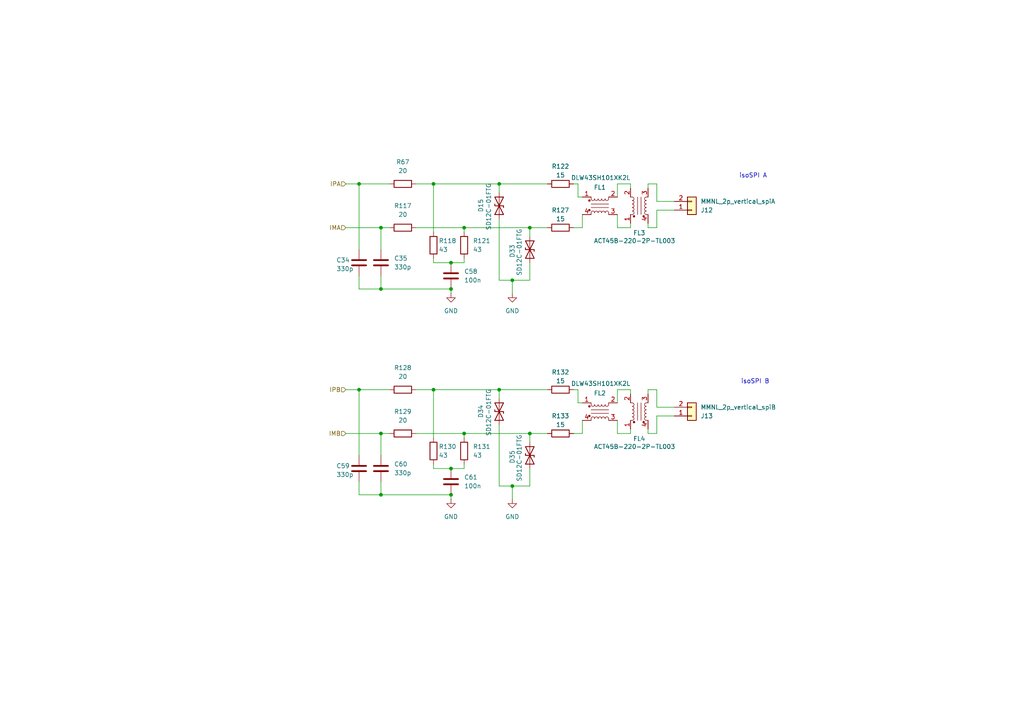
<source format=kicad_sch>
(kicad_sch
	(version 20231120)
	(generator "eeschema")
	(generator_version "8.0")
	(uuid "cc997e99-186e-4e96-b6fd-8d5d8672419b")
	(paper "A4")
	(lib_symbols
		(symbol "Connector_Generic:Conn_01x02"
			(pin_names
				(offset 1.016) hide)
			(exclude_from_sim no)
			(in_bom yes)
			(on_board yes)
			(property "Reference" "J"
				(at 0 2.54 0)
				(effects
					(font
						(size 1.27 1.27)
					)
				)
			)
			(property "Value" "Conn_01x02"
				(at 0 -5.08 0)
				(effects
					(font
						(size 1.27 1.27)
					)
				)
			)
			(property "Footprint" ""
				(at 0 0 0)
				(effects
					(font
						(size 1.27 1.27)
					)
					(hide yes)
				)
			)
			(property "Datasheet" "~"
				(at 0 0 0)
				(effects
					(font
						(size 1.27 1.27)
					)
					(hide yes)
				)
			)
			(property "Description" "Generic connector, single row, 01x02, script generated (kicad-library-utils/schlib/autogen/connector/)"
				(at 0 0 0)
				(effects
					(font
						(size 1.27 1.27)
					)
					(hide yes)
				)
			)
			(property "ki_keywords" "connector"
				(at 0 0 0)
				(effects
					(font
						(size 1.27 1.27)
					)
					(hide yes)
				)
			)
			(property "ki_fp_filters" "Connector*:*_1x??_*"
				(at 0 0 0)
				(effects
					(font
						(size 1.27 1.27)
					)
					(hide yes)
				)
			)
			(symbol "Conn_01x02_1_1"
				(rectangle
					(start -1.27 -2.413)
					(end 0 -2.667)
					(stroke
						(width 0.1524)
						(type default)
					)
					(fill
						(type none)
					)
				)
				(rectangle
					(start -1.27 0.127)
					(end 0 -0.127)
					(stroke
						(width 0.1524)
						(type default)
					)
					(fill
						(type none)
					)
				)
				(rectangle
					(start -1.27 1.27)
					(end 1.27 -3.81)
					(stroke
						(width 0.254)
						(type default)
					)
					(fill
						(type background)
					)
				)
				(pin passive line
					(at -5.08 0 0)
					(length 3.81)
					(name "Pin_1"
						(effects
							(font
								(size 1.27 1.27)
							)
						)
					)
					(number "1"
						(effects
							(font
								(size 1.27 1.27)
							)
						)
					)
				)
				(pin passive line
					(at -5.08 -2.54 0)
					(length 3.81)
					(name "Pin_2"
						(effects
							(font
								(size 1.27 1.27)
							)
						)
					)
					(number "2"
						(effects
							(font
								(size 1.27 1.27)
							)
						)
					)
				)
			)
		)
		(symbol "Device:C"
			(pin_numbers hide)
			(pin_names
				(offset 0.254)
			)
			(exclude_from_sim no)
			(in_bom yes)
			(on_board yes)
			(property "Reference" "C"
				(at 0.635 2.54 0)
				(effects
					(font
						(size 1.27 1.27)
					)
					(justify left)
				)
			)
			(property "Value" "C"
				(at 0.635 -2.54 0)
				(effects
					(font
						(size 1.27 1.27)
					)
					(justify left)
				)
			)
			(property "Footprint" ""
				(at 0.9652 -3.81 0)
				(effects
					(font
						(size 1.27 1.27)
					)
					(hide yes)
				)
			)
			(property "Datasheet" "~"
				(at 0 0 0)
				(effects
					(font
						(size 1.27 1.27)
					)
					(hide yes)
				)
			)
			(property "Description" "Unpolarized capacitor"
				(at 0 0 0)
				(effects
					(font
						(size 1.27 1.27)
					)
					(hide yes)
				)
			)
			(property "ki_keywords" "cap capacitor"
				(at 0 0 0)
				(effects
					(font
						(size 1.27 1.27)
					)
					(hide yes)
				)
			)
			(property "ki_fp_filters" "C_*"
				(at 0 0 0)
				(effects
					(font
						(size 1.27 1.27)
					)
					(hide yes)
				)
			)
			(symbol "C_0_1"
				(polyline
					(pts
						(xy -2.032 -0.762) (xy 2.032 -0.762)
					)
					(stroke
						(width 0.508)
						(type default)
					)
					(fill
						(type none)
					)
				)
				(polyline
					(pts
						(xy -2.032 0.762) (xy 2.032 0.762)
					)
					(stroke
						(width 0.508)
						(type default)
					)
					(fill
						(type none)
					)
				)
			)
			(symbol "C_1_1"
				(pin passive line
					(at 0 3.81 270)
					(length 2.794)
					(name "~"
						(effects
							(font
								(size 1.27 1.27)
							)
						)
					)
					(number "1"
						(effects
							(font
								(size 1.27 1.27)
							)
						)
					)
				)
				(pin passive line
					(at 0 -3.81 90)
					(length 2.794)
					(name "~"
						(effects
							(font
								(size 1.27 1.27)
							)
						)
					)
					(number "2"
						(effects
							(font
								(size 1.27 1.27)
							)
						)
					)
				)
			)
		)
		(symbol "Device:D_TVS"
			(pin_numbers hide)
			(pin_names
				(offset 1.016) hide)
			(exclude_from_sim no)
			(in_bom yes)
			(on_board yes)
			(property "Reference" "D"
				(at 0 2.54 0)
				(effects
					(font
						(size 1.27 1.27)
					)
				)
			)
			(property "Value" "D_TVS"
				(at 0 -2.54 0)
				(effects
					(font
						(size 1.27 1.27)
					)
				)
			)
			(property "Footprint" ""
				(at 0 0 0)
				(effects
					(font
						(size 1.27 1.27)
					)
					(hide yes)
				)
			)
			(property "Datasheet" "~"
				(at 0 0 0)
				(effects
					(font
						(size 1.27 1.27)
					)
					(hide yes)
				)
			)
			(property "Description" "Bidirectional transient-voltage-suppression diode"
				(at 0 0 0)
				(effects
					(font
						(size 1.27 1.27)
					)
					(hide yes)
				)
			)
			(property "ki_keywords" "diode TVS thyrector"
				(at 0 0 0)
				(effects
					(font
						(size 1.27 1.27)
					)
					(hide yes)
				)
			)
			(property "ki_fp_filters" "TO-???* *_Diode_* *SingleDiode* D_*"
				(at 0 0 0)
				(effects
					(font
						(size 1.27 1.27)
					)
					(hide yes)
				)
			)
			(symbol "D_TVS_0_1"
				(polyline
					(pts
						(xy 1.27 0) (xy -1.27 0)
					)
					(stroke
						(width 0)
						(type default)
					)
					(fill
						(type none)
					)
				)
				(polyline
					(pts
						(xy 0.508 1.27) (xy 0 1.27) (xy 0 -1.27) (xy -0.508 -1.27)
					)
					(stroke
						(width 0.254)
						(type default)
					)
					(fill
						(type none)
					)
				)
				(polyline
					(pts
						(xy -2.54 1.27) (xy -2.54 -1.27) (xy 2.54 1.27) (xy 2.54 -1.27) (xy -2.54 1.27)
					)
					(stroke
						(width 0.254)
						(type default)
					)
					(fill
						(type none)
					)
				)
			)
			(symbol "D_TVS_1_1"
				(pin passive line
					(at -3.81 0 0)
					(length 2.54)
					(name "A1"
						(effects
							(font
								(size 1.27 1.27)
							)
						)
					)
					(number "1"
						(effects
							(font
								(size 1.27 1.27)
							)
						)
					)
				)
				(pin passive line
					(at 3.81 0 180)
					(length 2.54)
					(name "A2"
						(effects
							(font
								(size 1.27 1.27)
							)
						)
					)
					(number "2"
						(effects
							(font
								(size 1.27 1.27)
							)
						)
					)
				)
			)
		)
		(symbol "Device:R"
			(pin_numbers hide)
			(pin_names
				(offset 0)
			)
			(exclude_from_sim no)
			(in_bom yes)
			(on_board yes)
			(property "Reference" "R"
				(at 2.032 0 90)
				(effects
					(font
						(size 1.27 1.27)
					)
				)
			)
			(property "Value" "R"
				(at 0 0 90)
				(effects
					(font
						(size 1.27 1.27)
					)
				)
			)
			(property "Footprint" ""
				(at -1.778 0 90)
				(effects
					(font
						(size 1.27 1.27)
					)
					(hide yes)
				)
			)
			(property "Datasheet" "~"
				(at 0 0 0)
				(effects
					(font
						(size 1.27 1.27)
					)
					(hide yes)
				)
			)
			(property "Description" "Resistor"
				(at 0 0 0)
				(effects
					(font
						(size 1.27 1.27)
					)
					(hide yes)
				)
			)
			(property "ki_keywords" "R res resistor"
				(at 0 0 0)
				(effects
					(font
						(size 1.27 1.27)
					)
					(hide yes)
				)
			)
			(property "ki_fp_filters" "R_*"
				(at 0 0 0)
				(effects
					(font
						(size 1.27 1.27)
					)
					(hide yes)
				)
			)
			(symbol "R_0_1"
				(rectangle
					(start -1.016 -2.54)
					(end 1.016 2.54)
					(stroke
						(width 0.254)
						(type default)
					)
					(fill
						(type none)
					)
				)
			)
			(symbol "R_1_1"
				(pin passive line
					(at 0 3.81 270)
					(length 1.27)
					(name "~"
						(effects
							(font
								(size 1.27 1.27)
							)
						)
					)
					(number "1"
						(effects
							(font
								(size 1.27 1.27)
							)
						)
					)
				)
				(pin passive line
					(at 0 -3.81 90)
					(length 1.27)
					(name "~"
						(effects
							(font
								(size 1.27 1.27)
							)
						)
					)
					(number "2"
						(effects
							(font
								(size 1.27 1.27)
							)
						)
					)
				)
			)
		)
		(symbol "Filter:Choke_Coilcraft_0603USB-222"
			(pin_names
				(offset 0.254) hide)
			(exclude_from_sim no)
			(in_bom yes)
			(on_board yes)
			(property "Reference" "FL"
				(at 0 4.445 0)
				(effects
					(font
						(size 1.27 1.27)
					)
				)
			)
			(property "Value" "Choke_Coilcraft_0603USB-222"
				(at 0 -4.445 0)
				(effects
					(font
						(size 1.27 1.27)
					)
				)
			)
			(property "Footprint" "Inductor_SMD:L_CommonModeChoke_Coilcraft_0603USB"
				(at 0 -6.35 0)
				(effects
					(font
						(size 1.27 1.27)
					)
					(hide yes)
				)
			)
			(property "Datasheet" "https://www.coilcraft.com/pdfs/0603usb.pdf"
				(at 0 -8.255 0)
				(effects
					(font
						(size 1.27 1.27)
					)
					(hide yes)
				)
			)
			(property "Description" "Common mode choke, 500mA, 250VAC, 150nH, 209mohm, 0.96Ghz, "
				(at 0 0 0)
				(effects
					(font
						(size 1.27 1.27)
					)
					(hide yes)
				)
			)
			(property "ki_keywords" "common-mode common mode choke signal line filter"
				(at 0 0 0)
				(effects
					(font
						(size 1.27 1.27)
					)
					(hide yes)
				)
			)
			(property "ki_fp_filters" "L*CommonModeChoke*Coilcraft*0603USB*"
				(at 0 0 0)
				(effects
					(font
						(size 1.27 1.27)
					)
					(hide yes)
				)
			)
			(symbol "Choke_Coilcraft_0603USB-222_0_1"
				(circle
					(center -3.048 -1.27)
					(radius 0.254)
					(stroke
						(width 0)
						(type default)
					)
					(fill
						(type outline)
					)
				)
				(circle
					(center -3.048 1.524)
					(radius 0.254)
					(stroke
						(width 0)
						(type default)
					)
					(fill
						(type outline)
					)
				)
				(arc
					(start -2.54 2.032)
					(mid -2.032 1.5262)
					(end -1.524 2.032)
					(stroke
						(width 0)
						(type default)
					)
					(fill
						(type none)
					)
				)
				(arc
					(start -1.524 -2.032)
					(mid -2.032 -1.5262)
					(end -2.54 -2.032)
					(stroke
						(width 0)
						(type default)
					)
					(fill
						(type none)
					)
				)
				(arc
					(start -1.524 2.032)
					(mid -1.016 1.5262)
					(end -0.508 2.032)
					(stroke
						(width 0)
						(type default)
					)
					(fill
						(type none)
					)
				)
				(arc
					(start -0.508 -2.032)
					(mid -1.016 -1.5262)
					(end -1.524 -2.032)
					(stroke
						(width 0)
						(type default)
					)
					(fill
						(type none)
					)
				)
				(arc
					(start -0.508 2.032)
					(mid 0 1.5262)
					(end 0.508 2.032)
					(stroke
						(width 0)
						(type default)
					)
					(fill
						(type none)
					)
				)
				(polyline
					(pts
						(xy -2.54 -2.032) (xy -2.54 -2.54)
					)
					(stroke
						(width 0)
						(type default)
					)
					(fill
						(type none)
					)
				)
				(polyline
					(pts
						(xy -2.54 0.508) (xy 2.54 0.508)
					)
					(stroke
						(width 0)
						(type default)
					)
					(fill
						(type none)
					)
				)
				(polyline
					(pts
						(xy -2.54 2.032) (xy -2.54 2.54)
					)
					(stroke
						(width 0)
						(type default)
					)
					(fill
						(type none)
					)
				)
				(polyline
					(pts
						(xy 2.54 -2.032) (xy 2.54 -2.54)
					)
					(stroke
						(width 0)
						(type default)
					)
					(fill
						(type none)
					)
				)
				(polyline
					(pts
						(xy 2.54 -0.508) (xy -2.54 -0.508)
					)
					(stroke
						(width 0)
						(type default)
					)
					(fill
						(type none)
					)
				)
				(polyline
					(pts
						(xy 2.54 2.54) (xy 2.54 2.032)
					)
					(stroke
						(width 0)
						(type default)
					)
					(fill
						(type none)
					)
				)
				(arc
					(start 0.508 -2.032)
					(mid 0 -1.5262)
					(end -0.508 -2.032)
					(stroke
						(width 0)
						(type default)
					)
					(fill
						(type none)
					)
				)
				(arc
					(start 0.508 2.032)
					(mid 1.016 1.5262)
					(end 1.524 2.032)
					(stroke
						(width 0)
						(type default)
					)
					(fill
						(type none)
					)
				)
				(arc
					(start 1.524 -2.032)
					(mid 1.016 -1.5262)
					(end 0.508 -2.032)
					(stroke
						(width 0)
						(type default)
					)
					(fill
						(type none)
					)
				)
				(arc
					(start 1.524 2.032)
					(mid 2.032 1.5262)
					(end 2.54 2.032)
					(stroke
						(width 0)
						(type default)
					)
					(fill
						(type none)
					)
				)
				(arc
					(start 2.54 -2.032)
					(mid 2.032 -1.5262)
					(end 1.524 -2.032)
					(stroke
						(width 0)
						(type default)
					)
					(fill
						(type none)
					)
				)
			)
			(symbol "Choke_Coilcraft_0603USB-222_1_1"
				(pin passive line
					(at -5.08 2.54 0)
					(length 2.54)
					(name "1"
						(effects
							(font
								(size 1.27 1.27)
							)
						)
					)
					(number "1"
						(effects
							(font
								(size 1.27 1.27)
							)
						)
					)
				)
				(pin passive line
					(at 5.08 2.54 180)
					(length 2.54)
					(name "2"
						(effects
							(font
								(size 1.27 1.27)
							)
						)
					)
					(number "2"
						(effects
							(font
								(size 1.27 1.27)
							)
						)
					)
				)
				(pin passive line
					(at 5.08 -2.54 180)
					(length 2.54)
					(name "3"
						(effects
							(font
								(size 1.27 1.27)
							)
						)
					)
					(number "3"
						(effects
							(font
								(size 1.27 1.27)
							)
						)
					)
				)
				(pin passive line
					(at -5.08 -2.54 0)
					(length 2.54)
					(name "4"
						(effects
							(font
								(size 1.27 1.27)
							)
						)
					)
					(number "4"
						(effects
							(font
								(size 1.27 1.27)
							)
						)
					)
				)
			)
		)
		(symbol "power:GND"
			(power)
			(pin_numbers hide)
			(pin_names
				(offset 0) hide)
			(exclude_from_sim no)
			(in_bom yes)
			(on_board yes)
			(property "Reference" "#PWR"
				(at 0 -6.35 0)
				(effects
					(font
						(size 1.27 1.27)
					)
					(hide yes)
				)
			)
			(property "Value" "GND"
				(at 0 -3.81 0)
				(effects
					(font
						(size 1.27 1.27)
					)
				)
			)
			(property "Footprint" ""
				(at 0 0 0)
				(effects
					(font
						(size 1.27 1.27)
					)
					(hide yes)
				)
			)
			(property "Datasheet" ""
				(at 0 0 0)
				(effects
					(font
						(size 1.27 1.27)
					)
					(hide yes)
				)
			)
			(property "Description" "Power symbol creates a global label with name \"GND\" , ground"
				(at 0 0 0)
				(effects
					(font
						(size 1.27 1.27)
					)
					(hide yes)
				)
			)
			(property "ki_keywords" "global power"
				(at 0 0 0)
				(effects
					(font
						(size 1.27 1.27)
					)
					(hide yes)
				)
			)
			(symbol "GND_0_1"
				(polyline
					(pts
						(xy 0 0) (xy 0 -1.27) (xy 1.27 -1.27) (xy 0 -2.54) (xy -1.27 -1.27) (xy 0 -1.27)
					)
					(stroke
						(width 0)
						(type default)
					)
					(fill
						(type none)
					)
				)
			)
			(symbol "GND_1_1"
				(pin power_in line
					(at 0 0 270)
					(length 0)
					(name "~"
						(effects
							(font
								(size 1.27 1.27)
							)
						)
					)
					(number "1"
						(effects
							(font
								(size 1.27 1.27)
							)
						)
					)
				)
			)
		)
	)
	(junction
		(at 153.67 125.73)
		(diameter 0)
		(color 0 0 0 0)
		(uuid "01183f8a-1e4b-4f9c-b82e-dc570b395bc9")
	)
	(junction
		(at 125.73 113.03)
		(diameter 0)
		(color 0 0 0 0)
		(uuid "0aee2266-1ee0-435b-99ab-209fda24ce6f")
	)
	(junction
		(at 130.81 135.89)
		(diameter 0)
		(color 0 0 0 0)
		(uuid "0b43cb52-6b59-4d07-bb39-52d42efea2a4")
	)
	(junction
		(at 144.78 53.34)
		(diameter 0)
		(color 0 0 0 0)
		(uuid "16849498-73cb-4d60-8cda-784e57847e86")
	)
	(junction
		(at 134.62 125.73)
		(diameter 0)
		(color 0 0 0 0)
		(uuid "261f1fb1-79c8-4d48-90f7-81c699a437e8")
	)
	(junction
		(at 125.73 53.34)
		(diameter 0)
		(color 0 0 0 0)
		(uuid "2a20125c-c321-48f8-b44e-3988e503e198")
	)
	(junction
		(at 134.62 66.04)
		(diameter 0)
		(color 0 0 0 0)
		(uuid "3b517f86-5ad6-4b30-bb01-49b6d492cf9c")
	)
	(junction
		(at 148.59 81.28)
		(diameter 0)
		(color 0 0 0 0)
		(uuid "3c8e5238-16b2-4bed-8e21-054959c494ec")
	)
	(junction
		(at 148.59 140.97)
		(diameter 0)
		(color 0 0 0 0)
		(uuid "41d63814-442e-4eda-b8c7-71ebc3663179")
	)
	(junction
		(at 144.78 113.03)
		(diameter 0)
		(color 0 0 0 0)
		(uuid "52c62b19-830a-4953-b16b-cfcb0d6b9962")
	)
	(junction
		(at 110.49 143.51)
		(diameter 0)
		(color 0 0 0 0)
		(uuid "5d98fc4a-e376-411f-bb72-2038f13a1e67")
	)
	(junction
		(at 130.81 76.2)
		(diameter 0)
		(color 0 0 0 0)
		(uuid "68ad2d62-3be5-4a54-9f19-2399902fa070")
	)
	(junction
		(at 110.49 83.82)
		(diameter 0)
		(color 0 0 0 0)
		(uuid "765b8e2c-7892-430c-93ff-aa21c03968df")
	)
	(junction
		(at 110.49 125.73)
		(diameter 0)
		(color 0 0 0 0)
		(uuid "89e50e36-82f3-4d7d-a4aa-a35c17bc6a70")
	)
	(junction
		(at 104.14 113.03)
		(diameter 0)
		(color 0 0 0 0)
		(uuid "9143c996-48f2-4a9c-8b34-dd5924e0f123")
	)
	(junction
		(at 110.49 66.04)
		(diameter 0)
		(color 0 0 0 0)
		(uuid "a89d20ae-22a4-4c70-95b7-f35770796082")
	)
	(junction
		(at 104.14 53.34)
		(diameter 0)
		(color 0 0 0 0)
		(uuid "a8e19d03-4413-4599-ab2b-eda64a944fd2")
	)
	(junction
		(at 130.81 83.82)
		(diameter 0)
		(color 0 0 0 0)
		(uuid "d954a7f2-89e9-4d9b-8b3d-3c9b09e53775")
	)
	(junction
		(at 153.67 66.04)
		(diameter 0)
		(color 0 0 0 0)
		(uuid "e265b3c2-1f26-4628-9af9-9ee896d1942c")
	)
	(junction
		(at 130.81 143.51)
		(diameter 0)
		(color 0 0 0 0)
		(uuid "f73c40ae-53a9-4b64-a252-1e0899a4483e")
	)
	(wire
		(pts
			(xy 104.14 113.03) (xy 113.03 113.03)
		)
		(stroke
			(width 0)
			(type default)
		)
		(uuid "0565c931-c0f9-466d-94bc-782bb9e90050")
	)
	(wire
		(pts
			(xy 104.14 139.7) (xy 104.14 143.51)
		)
		(stroke
			(width 0)
			(type default)
		)
		(uuid "0df56b57-53ff-458e-a7f9-40507343abc6")
	)
	(wire
		(pts
			(xy 167.64 113.03) (xy 167.64 116.84)
		)
		(stroke
			(width 0)
			(type default)
		)
		(uuid "0e5a8d8b-a111-4c02-8823-bbd44add785a")
	)
	(wire
		(pts
			(xy 110.49 80.01) (xy 110.49 83.82)
		)
		(stroke
			(width 0)
			(type default)
		)
		(uuid "131978a5-406e-4bd9-8cda-67cc620ad33c")
	)
	(wire
		(pts
			(xy 120.65 66.04) (xy 134.62 66.04)
		)
		(stroke
			(width 0)
			(type default)
		)
		(uuid "13d13389-b355-4549-ae0d-ef4b9cf92d09")
	)
	(wire
		(pts
			(xy 134.62 134.62) (xy 134.62 135.89)
		)
		(stroke
			(width 0)
			(type default)
		)
		(uuid "17c15ff6-9808-42f8-a4dd-c2998ada0920")
	)
	(wire
		(pts
			(xy 130.81 143.51) (xy 130.81 144.78)
		)
		(stroke
			(width 0)
			(type default)
		)
		(uuid "18d12258-3620-48b1-8485-5c608696f8ea")
	)
	(wire
		(pts
			(xy 167.64 116.84) (xy 168.91 116.84)
		)
		(stroke
			(width 0)
			(type default)
		)
		(uuid "1a06fc4d-afb0-408d-8c8a-c67a787daece")
	)
	(wire
		(pts
			(xy 104.14 53.34) (xy 104.14 72.39)
		)
		(stroke
			(width 0)
			(type default)
		)
		(uuid "1f2f4073-1ed2-401d-bfdd-89e0cbe2c4d6")
	)
	(wire
		(pts
			(xy 110.49 66.04) (xy 110.49 72.39)
		)
		(stroke
			(width 0)
			(type default)
		)
		(uuid "20b3f746-6c71-4810-adf8-12af40f89a01")
	)
	(wire
		(pts
			(xy 182.88 53.34) (xy 182.88 54.61)
		)
		(stroke
			(width 0)
			(type default)
		)
		(uuid "21a9f667-12fb-4f0f-bec6-e88a06cb05a7")
	)
	(wire
		(pts
			(xy 125.73 76.2) (xy 125.73 74.93)
		)
		(stroke
			(width 0)
			(type default)
		)
		(uuid "263db505-8108-4a7f-add9-b16d51e43236")
	)
	(wire
		(pts
			(xy 144.78 63.5) (xy 144.78 81.28)
		)
		(stroke
			(width 0)
			(type default)
		)
		(uuid "2878b128-352c-4878-9278-c2f4a238750d")
	)
	(wire
		(pts
			(xy 134.62 76.2) (xy 130.81 76.2)
		)
		(stroke
			(width 0)
			(type default)
		)
		(uuid "2a301240-f26b-4950-bcec-e6412674688a")
	)
	(wire
		(pts
			(xy 182.88 66.04) (xy 182.88 64.77)
		)
		(stroke
			(width 0)
			(type default)
		)
		(uuid "2c546921-2ade-4803-9f2d-5d7638e01ffb")
	)
	(wire
		(pts
			(xy 179.07 66.04) (xy 179.07 62.23)
		)
		(stroke
			(width 0)
			(type default)
		)
		(uuid "2c55f13c-b9de-4f7c-9be4-6c711c4735ff")
	)
	(wire
		(pts
			(xy 130.81 135.89) (xy 125.73 135.89)
		)
		(stroke
			(width 0)
			(type default)
		)
		(uuid "2cce578f-d5b2-4862-abf3-70360e2cabf0")
	)
	(wire
		(pts
			(xy 168.91 62.23) (xy 168.91 66.04)
		)
		(stroke
			(width 0)
			(type default)
		)
		(uuid "31c33949-aae5-45e0-8006-0a61d8da9694")
	)
	(wire
		(pts
			(xy 125.73 53.34) (xy 144.78 53.34)
		)
		(stroke
			(width 0)
			(type default)
		)
		(uuid "36cdd6ac-0a35-4adf-a5a3-1345cf1f1e53")
	)
	(wire
		(pts
			(xy 190.5 58.42) (xy 190.5 53.34)
		)
		(stroke
			(width 0)
			(type default)
		)
		(uuid "38288ebd-4630-4d10-9075-6c33778842e1")
	)
	(wire
		(pts
			(xy 179.07 66.04) (xy 182.88 66.04)
		)
		(stroke
			(width 0)
			(type default)
		)
		(uuid "3c119e1b-9ad0-436a-a4ca-6ee8bef9e2d3")
	)
	(wire
		(pts
			(xy 125.73 135.89) (xy 125.73 134.62)
		)
		(stroke
			(width 0)
			(type default)
		)
		(uuid "415c5496-1c97-49cc-9663-d2338d1c4eca")
	)
	(wire
		(pts
			(xy 120.65 113.03) (xy 125.73 113.03)
		)
		(stroke
			(width 0)
			(type default)
		)
		(uuid "42c66a14-d781-44e1-a3ca-2bc7fe2bfb41")
	)
	(wire
		(pts
			(xy 148.59 140.97) (xy 153.67 140.97)
		)
		(stroke
			(width 0)
			(type default)
		)
		(uuid "4949d58d-7b61-4018-9ab2-9db5506cadad")
	)
	(wire
		(pts
			(xy 144.78 81.28) (xy 148.59 81.28)
		)
		(stroke
			(width 0)
			(type default)
		)
		(uuid "526f5610-f661-4139-b05e-9dc1195bf186")
	)
	(wire
		(pts
			(xy 190.5 53.34) (xy 187.96 53.34)
		)
		(stroke
			(width 0)
			(type default)
		)
		(uuid "55abcf85-bf08-4d8a-b086-9597600c0f04")
	)
	(wire
		(pts
			(xy 190.5 60.96) (xy 190.5 66.04)
		)
		(stroke
			(width 0)
			(type default)
		)
		(uuid "5972f4eb-6df6-4e01-841f-879bf9d8b69c")
	)
	(wire
		(pts
			(xy 167.64 53.34) (xy 167.64 57.15)
		)
		(stroke
			(width 0)
			(type default)
		)
		(uuid "5c066255-002d-4bda-82d7-ed88921a71b3")
	)
	(wire
		(pts
			(xy 144.78 140.97) (xy 148.59 140.97)
		)
		(stroke
			(width 0)
			(type default)
		)
		(uuid "5d164f3a-6598-4551-bcb2-a80c2562a107")
	)
	(wire
		(pts
			(xy 153.67 76.2) (xy 153.67 81.28)
		)
		(stroke
			(width 0)
			(type default)
		)
		(uuid "5d9d89fd-7a7d-48be-a0c7-a9fe05db6191")
	)
	(wire
		(pts
			(xy 110.49 143.51) (xy 130.81 143.51)
		)
		(stroke
			(width 0)
			(type default)
		)
		(uuid "5ee3058b-52e3-427c-b405-0973ebd3bdc6")
	)
	(wire
		(pts
			(xy 104.14 80.01) (xy 104.14 83.82)
		)
		(stroke
			(width 0)
			(type default)
		)
		(uuid "5f94fed7-41f2-4ff6-aa7b-a4e6e4896789")
	)
	(wire
		(pts
			(xy 166.37 113.03) (xy 167.64 113.03)
		)
		(stroke
			(width 0)
			(type default)
		)
		(uuid "60e454aa-b1c5-49f6-91d2-703e0e7d9e07")
	)
	(wire
		(pts
			(xy 130.81 83.82) (xy 130.81 85.09)
		)
		(stroke
			(width 0)
			(type default)
		)
		(uuid "6325c8c1-0a60-4819-ad6a-5635af30f80a")
	)
	(wire
		(pts
			(xy 130.81 76.2) (xy 125.73 76.2)
		)
		(stroke
			(width 0)
			(type default)
		)
		(uuid "6b447ebf-f804-49b0-881e-f34a74957d39")
	)
	(wire
		(pts
			(xy 168.91 121.92) (xy 168.91 125.73)
		)
		(stroke
			(width 0)
			(type default)
		)
		(uuid "6e5effcc-4755-4c29-babc-68132753bd99")
	)
	(wire
		(pts
			(xy 167.64 57.15) (xy 168.91 57.15)
		)
		(stroke
			(width 0)
			(type default)
		)
		(uuid "6fe45814-ab0c-4abd-b890-26294abfc73b")
	)
	(wire
		(pts
			(xy 110.49 125.73) (xy 113.03 125.73)
		)
		(stroke
			(width 0)
			(type default)
		)
		(uuid "7060ab41-82ab-4907-b814-451502cb4f6a")
	)
	(wire
		(pts
			(xy 166.37 53.34) (xy 167.64 53.34)
		)
		(stroke
			(width 0)
			(type default)
		)
		(uuid "711603bd-1693-4ccc-a5a3-4c47eed310a6")
	)
	(wire
		(pts
			(xy 179.07 125.73) (xy 179.07 121.92)
		)
		(stroke
			(width 0)
			(type default)
		)
		(uuid "732be2ee-a15a-4b69-9420-a00f9fcc5dae")
	)
	(wire
		(pts
			(xy 190.5 118.11) (xy 195.58 118.11)
		)
		(stroke
			(width 0)
			(type default)
		)
		(uuid "7378b1d6-965f-44e7-9946-d04c28f972d1")
	)
	(wire
		(pts
			(xy 187.96 125.73) (xy 187.96 124.46)
		)
		(stroke
			(width 0)
			(type default)
		)
		(uuid "747270b2-538f-4bfe-a361-02ae93e58734")
	)
	(wire
		(pts
			(xy 144.78 123.19) (xy 144.78 140.97)
		)
		(stroke
			(width 0)
			(type default)
		)
		(uuid "79f0daee-7160-4c27-b4b8-a9fd4eb39b88")
	)
	(wire
		(pts
			(xy 153.67 66.04) (xy 153.67 68.58)
		)
		(stroke
			(width 0)
			(type default)
		)
		(uuid "7b28fa0b-17d4-4839-b46c-10c61f35bbfe")
	)
	(wire
		(pts
			(xy 134.62 135.89) (xy 130.81 135.89)
		)
		(stroke
			(width 0)
			(type default)
		)
		(uuid "7b52a9a9-21f6-4d0d-944c-4bc6f9b20c10")
	)
	(wire
		(pts
			(xy 179.07 113.03) (xy 182.88 113.03)
		)
		(stroke
			(width 0)
			(type default)
		)
		(uuid "7d52924e-8bf1-41f3-a88b-e54eead982dc")
	)
	(wire
		(pts
			(xy 110.49 66.04) (xy 113.03 66.04)
		)
		(stroke
			(width 0)
			(type default)
		)
		(uuid "82c3628f-f46b-45dd-b14a-88e4215f50f3")
	)
	(wire
		(pts
			(xy 104.14 143.51) (xy 110.49 143.51)
		)
		(stroke
			(width 0)
			(type default)
		)
		(uuid "859d7ef8-3236-40d2-bd07-af5bf012c438")
	)
	(wire
		(pts
			(xy 120.65 125.73) (xy 134.62 125.73)
		)
		(stroke
			(width 0)
			(type default)
		)
		(uuid "87909c03-0d46-4405-8890-be98ee081399")
	)
	(wire
		(pts
			(xy 134.62 125.73) (xy 134.62 127)
		)
		(stroke
			(width 0)
			(type default)
		)
		(uuid "882548b3-e7b1-4c68-91f1-15e1ceb8f6ea")
	)
	(wire
		(pts
			(xy 168.91 125.73) (xy 166.37 125.73)
		)
		(stroke
			(width 0)
			(type default)
		)
		(uuid "97963dfe-3e02-4ed2-a469-e5b1aa4347ff")
	)
	(wire
		(pts
			(xy 100.33 125.73) (xy 110.49 125.73)
		)
		(stroke
			(width 0)
			(type default)
		)
		(uuid "989225f2-8496-4347-87ed-4e6cf8180b25")
	)
	(wire
		(pts
			(xy 134.62 74.93) (xy 134.62 76.2)
		)
		(stroke
			(width 0)
			(type default)
		)
		(uuid "98ee242f-cef8-465b-b16c-efe3e1fa21d1")
	)
	(wire
		(pts
			(xy 190.5 120.65) (xy 190.5 125.73)
		)
		(stroke
			(width 0)
			(type default)
		)
		(uuid "99117fc3-f64e-4d15-b2c9-5eae6803b78c")
	)
	(wire
		(pts
			(xy 190.5 66.04) (xy 187.96 66.04)
		)
		(stroke
			(width 0)
			(type default)
		)
		(uuid "9b244fd4-2670-443b-a457-71cc2d9f9962")
	)
	(wire
		(pts
			(xy 100.33 113.03) (xy 104.14 113.03)
		)
		(stroke
			(width 0)
			(type default)
		)
		(uuid "9c6464b5-3f30-4127-9e0d-66412fe04eb0")
	)
	(wire
		(pts
			(xy 144.78 113.03) (xy 158.75 113.03)
		)
		(stroke
			(width 0)
			(type default)
		)
		(uuid "9ff41563-c491-4c32-bd3b-58318558d239")
	)
	(wire
		(pts
			(xy 190.5 60.96) (xy 195.58 60.96)
		)
		(stroke
			(width 0)
			(type default)
		)
		(uuid "a6f8303d-305d-45e4-a7e1-4337e0b1beaf")
	)
	(wire
		(pts
			(xy 134.62 66.04) (xy 153.67 66.04)
		)
		(stroke
			(width 0)
			(type default)
		)
		(uuid "a86ddb4f-7f4c-472e-a8d2-f715863070b0")
	)
	(wire
		(pts
			(xy 125.73 113.03) (xy 125.73 127)
		)
		(stroke
			(width 0)
			(type default)
		)
		(uuid "aa509a6b-82c5-433d-8a65-bdf860d0a7f6")
	)
	(wire
		(pts
			(xy 104.14 83.82) (xy 110.49 83.82)
		)
		(stroke
			(width 0)
			(type default)
		)
		(uuid "acfe9f3b-5a86-4055-88fd-38342f07f5cd")
	)
	(wire
		(pts
			(xy 190.5 118.11) (xy 190.5 113.03)
		)
		(stroke
			(width 0)
			(type default)
		)
		(uuid "af2bbf75-1669-4bba-ac58-65eb5602befd")
	)
	(wire
		(pts
			(xy 153.67 135.89) (xy 153.67 140.97)
		)
		(stroke
			(width 0)
			(type default)
		)
		(uuid "b18d8ca9-758d-46d6-b76e-a59642fd13a7")
	)
	(wire
		(pts
			(xy 179.07 53.34) (xy 179.07 57.15)
		)
		(stroke
			(width 0)
			(type default)
		)
		(uuid "b3c8affe-c9f4-4aa9-8c23-0917d6b92cad")
	)
	(wire
		(pts
			(xy 120.65 53.34) (xy 125.73 53.34)
		)
		(stroke
			(width 0)
			(type default)
		)
		(uuid "b41ff4b5-0659-4438-8f87-22cb88df76a1")
	)
	(wire
		(pts
			(xy 187.96 66.04) (xy 187.96 64.77)
		)
		(stroke
			(width 0)
			(type default)
		)
		(uuid "b63d1a5c-9181-433d-86f2-f311e878efc3")
	)
	(wire
		(pts
			(xy 179.07 113.03) (xy 179.07 116.84)
		)
		(stroke
			(width 0)
			(type default)
		)
		(uuid "b8a604ac-29b2-41cc-bd51-47816fcd7512")
	)
	(wire
		(pts
			(xy 125.73 53.34) (xy 125.73 67.31)
		)
		(stroke
			(width 0)
			(type default)
		)
		(uuid "ba3bda8e-6186-4fdc-9ac1-5579bf324af1")
	)
	(wire
		(pts
			(xy 125.73 113.03) (xy 144.78 113.03)
		)
		(stroke
			(width 0)
			(type default)
		)
		(uuid "bd663345-6a33-4c53-bc78-b7b34bd83c56")
	)
	(wire
		(pts
			(xy 187.96 113.03) (xy 187.96 114.3)
		)
		(stroke
			(width 0)
			(type default)
		)
		(uuid "bdb4eafe-3aa7-43bf-b504-0d1dd48bec5a")
	)
	(wire
		(pts
			(xy 179.07 53.34) (xy 182.88 53.34)
		)
		(stroke
			(width 0)
			(type default)
		)
		(uuid "bdfe1517-7bdf-4232-8716-92493f1394ab")
	)
	(wire
		(pts
			(xy 153.67 125.73) (xy 153.67 128.27)
		)
		(stroke
			(width 0)
			(type default)
		)
		(uuid "c2d96053-d5eb-4397-9c27-34c44f78cde1")
	)
	(wire
		(pts
			(xy 168.91 66.04) (xy 166.37 66.04)
		)
		(stroke
			(width 0)
			(type default)
		)
		(uuid "c6045578-662d-49ab-bbbd-6163239abaa7")
	)
	(wire
		(pts
			(xy 182.88 125.73) (xy 182.88 124.46)
		)
		(stroke
			(width 0)
			(type default)
		)
		(uuid "c61e0019-c3d7-427f-9a0d-70b8d2a946f1")
	)
	(wire
		(pts
			(xy 148.59 140.97) (xy 148.59 144.78)
		)
		(stroke
			(width 0)
			(type default)
		)
		(uuid "c9127632-05e8-4233-aa81-26abfabd0be6")
	)
	(wire
		(pts
			(xy 190.5 125.73) (xy 187.96 125.73)
		)
		(stroke
			(width 0)
			(type default)
		)
		(uuid "c92180ca-5d52-4f40-a499-aa35c4bbaec5")
	)
	(wire
		(pts
			(xy 110.49 125.73) (xy 110.49 132.08)
		)
		(stroke
			(width 0)
			(type default)
		)
		(uuid "cb8d91e1-e0aa-41f6-9bf2-37a432544fb2")
	)
	(wire
		(pts
			(xy 190.5 120.65) (xy 195.58 120.65)
		)
		(stroke
			(width 0)
			(type default)
		)
		(uuid "d42c2df4-208c-4835-9176-7437c1e76609")
	)
	(wire
		(pts
			(xy 148.59 81.28) (xy 148.59 85.09)
		)
		(stroke
			(width 0)
			(type default)
		)
		(uuid "d48c668c-c34a-4da8-bb0b-c2770d8d7560")
	)
	(wire
		(pts
			(xy 190.5 58.42) (xy 195.58 58.42)
		)
		(stroke
			(width 0)
			(type default)
		)
		(uuid "d4cba228-bf0c-49ca-8b3b-15aa81c9bf88")
	)
	(wire
		(pts
			(xy 134.62 125.73) (xy 153.67 125.73)
		)
		(stroke
			(width 0)
			(type default)
		)
		(uuid "d624965a-55d3-4f53-90d5-f06bfae09fb3")
	)
	(wire
		(pts
			(xy 190.5 113.03) (xy 187.96 113.03)
		)
		(stroke
			(width 0)
			(type default)
		)
		(uuid "d9df4c52-3ac9-4ce6-9c91-8a215b7df9bf")
	)
	(wire
		(pts
			(xy 187.96 53.34) (xy 187.96 54.61)
		)
		(stroke
			(width 0)
			(type default)
		)
		(uuid "dcc85ffa-54ce-4da4-8082-a010f13cba52")
	)
	(wire
		(pts
			(xy 144.78 53.34) (xy 158.75 53.34)
		)
		(stroke
			(width 0)
			(type default)
		)
		(uuid "dcf3e791-af40-4d50-89ad-c566fe127d1e")
	)
	(wire
		(pts
			(xy 148.59 81.28) (xy 153.67 81.28)
		)
		(stroke
			(width 0)
			(type default)
		)
		(uuid "df6ec248-ecdf-4949-98d2-2a1cdfd95bca")
	)
	(wire
		(pts
			(xy 182.88 113.03) (xy 182.88 114.3)
		)
		(stroke
			(width 0)
			(type default)
		)
		(uuid "e308cb3d-1b7f-434e-8f02-abef9ea6f74b")
	)
	(wire
		(pts
			(xy 110.49 139.7) (xy 110.49 143.51)
		)
		(stroke
			(width 0)
			(type default)
		)
		(uuid "e41194a2-1645-46ca-b6c1-61846315885a")
	)
	(wire
		(pts
			(xy 134.62 66.04) (xy 134.62 67.31)
		)
		(stroke
			(width 0)
			(type default)
		)
		(uuid "e4d25403-aaa6-4a6f-adf0-f3203744392b")
	)
	(wire
		(pts
			(xy 104.14 53.34) (xy 113.03 53.34)
		)
		(stroke
			(width 0)
			(type default)
		)
		(uuid "ea0d9dc5-d858-45f9-9f61-9452333e7422")
	)
	(wire
		(pts
			(xy 179.07 125.73) (xy 182.88 125.73)
		)
		(stroke
			(width 0)
			(type default)
		)
		(uuid "ea3277ca-2e2b-466f-b625-343522c3cafb")
	)
	(wire
		(pts
			(xy 153.67 66.04) (xy 158.75 66.04)
		)
		(stroke
			(width 0)
			(type default)
		)
		(uuid "f00480f7-eb91-4742-b57c-1d9e08810d3c")
	)
	(wire
		(pts
			(xy 104.14 113.03) (xy 104.14 132.08)
		)
		(stroke
			(width 0)
			(type default)
		)
		(uuid "f1e41e3c-1e23-4dfe-827a-e067d3eaefd8")
	)
	(wire
		(pts
			(xy 100.33 53.34) (xy 104.14 53.34)
		)
		(stroke
			(width 0)
			(type default)
		)
		(uuid "f6ffafec-7741-4edb-9165-1684e3d96f18")
	)
	(wire
		(pts
			(xy 100.33 66.04) (xy 110.49 66.04)
		)
		(stroke
			(width 0)
			(type default)
		)
		(uuid "f8443d47-aa7f-4634-a073-9f669c062ce5")
	)
	(wire
		(pts
			(xy 144.78 53.34) (xy 144.78 55.88)
		)
		(stroke
			(width 0)
			(type default)
		)
		(uuid "fd22c89b-3fba-4319-99bf-a909f8971b36")
	)
	(wire
		(pts
			(xy 153.67 125.73) (xy 158.75 125.73)
		)
		(stroke
			(width 0)
			(type default)
		)
		(uuid "fd45b74e-8d17-49d6-a683-16328cbec773")
	)
	(wire
		(pts
			(xy 110.49 83.82) (xy 130.81 83.82)
		)
		(stroke
			(width 0)
			(type default)
		)
		(uuid "fd94d108-ff1d-44b6-a858-b19ebfab217a")
	)
	(wire
		(pts
			(xy 144.78 113.03) (xy 144.78 115.57)
		)
		(stroke
			(width 0)
			(type default)
		)
		(uuid "ff7ed386-6df9-4041-b38a-61e957b81fbf")
	)
	(text "isoSPI A"
		(exclude_from_sim no)
		(at 214.376 51.054 0)
		(effects
			(font
				(size 1.27 1.27)
			)
			(justify left)
		)
		(uuid "70d51d41-826f-409d-b42a-bfc9d6ec4155")
	)
	(text "isoSPI B"
		(exclude_from_sim no)
		(at 214.884 110.744 0)
		(effects
			(font
				(size 1.27 1.27)
			)
			(justify left)
		)
		(uuid "751c85b6-7048-409e-b592-771fe724bd8a")
	)
	(hierarchical_label "IMA"
		(shape input)
		(at 100.33 66.04 180)
		(fields_autoplaced yes)
		(effects
			(font
				(size 1.27 1.27)
			)
			(justify right)
		)
		(uuid "018a7dae-761b-4a0e-bd75-67fc832c12ac")
	)
	(hierarchical_label "IPA"
		(shape input)
		(at 100.33 53.34 180)
		(fields_autoplaced yes)
		(effects
			(font
				(size 1.27 1.27)
			)
			(justify right)
		)
		(uuid "6036b150-468e-450d-9ab0-ac414b1d9e69")
	)
	(hierarchical_label "IPB"
		(shape input)
		(at 100.33 113.03 180)
		(fields_autoplaced yes)
		(effects
			(font
				(size 1.27 1.27)
			)
			(justify right)
		)
		(uuid "d4505a6b-71c1-4048-ba19-df6033f2e9f8")
	)
	(hierarchical_label "IMB"
		(shape input)
		(at 100.33 125.73 180)
		(fields_autoplaced yes)
		(effects
			(font
				(size 1.27 1.27)
			)
			(justify right)
		)
		(uuid "ffdad1c5-cf07-4211-8843-c1bf7c1ac117")
	)
	(symbol
		(lib_id "Device:R")
		(at 116.84 53.34 90)
		(unit 1)
		(exclude_from_sim no)
		(in_bom yes)
		(on_board yes)
		(dnp no)
		(fields_autoplaced yes)
		(uuid "01abef1f-e6bd-4321-af5a-1879889d3d08")
		(property "Reference" "R67"
			(at 116.84 46.99 90)
			(effects
				(font
					(size 1.27 1.27)
				)
			)
		)
		(property "Value" "20"
			(at 116.84 49.53 90)
			(effects
				(font
					(size 1.27 1.27)
				)
			)
		)
		(property "Footprint" "Resistor_SMD:R_0603_1608Metric"
			(at 116.84 55.118 90)
			(effects
				(font
					(size 1.27 1.27)
				)
				(hide yes)
			)
		)
		(property "Datasheet" "~"
			(at 116.84 53.34 0)
			(effects
				(font
					(size 1.27 1.27)
				)
				(hide yes)
			)
		)
		(property "Description" "Resistor"
			(at 116.84 53.34 0)
			(effects
				(font
					(size 1.27 1.27)
				)
				(hide yes)
			)
		)
		(pin "1"
			(uuid "ed1c96e7-7d6e-452d-9b33-fa5f7156d0ea")
		)
		(pin "2"
			(uuid "85a92435-fc1b-49fe-a9ac-d32ff32931d1")
		)
		(instances
			(project "Master_FT25"
				(path "/e63e39d7-6ac0-4ffd-8aa3-1841a4541b55/7ea6d794-d6f7-459d-b00f-ed5a8a0446d9"
					(reference "R67")
					(unit 1)
				)
			)
		)
	)
	(symbol
		(lib_id "Filter:Choke_Coilcraft_0603USB-222")
		(at 173.99 119.38 0)
		(unit 1)
		(exclude_from_sim no)
		(in_bom yes)
		(on_board yes)
		(dnp no)
		(uuid "05ece750-9bd3-43aa-83c3-a9db9fc736b7")
		(property "Reference" "FL2"
			(at 173.99 114.046 0)
			(effects
				(font
					(size 1.27 1.27)
				)
			)
		)
		(property "Value" "DLW43SH101XK2L"
			(at 174.244 111.252 0)
			(effects
				(font
					(size 1.27 1.27)
				)
			)
		)
		(property "Footprint" "Inductor_SMD:L_CommonModeChoke_Coilcraft_0603USB"
			(at 173.99 125.73 0)
			(effects
				(font
					(size 1.27 1.27)
				)
				(hide yes)
			)
		)
		(property "Datasheet" "https://www.mouser.de/datasheet/2/281/DLW43SH101XK2_23-1915221.pdf"
			(at 173.99 127.635 0)
			(effects
				(font
					(size 1.27 1.27)
				)
				(hide yes)
			)
		)
		(property "Description" "Common mode choke, 500mA, 250VAC, 150nH, 209mohm, 0.96Ghz, "
			(at 173.99 119.38 0)
			(effects
				(font
					(size 1.27 1.27)
				)
				(hide yes)
			)
		)
		(pin "3"
			(uuid "e45396df-dd79-44f4-b518-0f15f81ef94c")
		)
		(pin "4"
			(uuid "9cb49390-6c12-487f-b414-5d012acdd736")
		)
		(pin "2"
			(uuid "5e64a576-8dcf-4b03-a2ee-7f2876bb03f1")
		)
		(pin "1"
			(uuid "fbfa58f5-5f3d-4b59-ad86-8f819f4c883d")
		)
		(instances
			(project "Master_FT25"
				(path "/e63e39d7-6ac0-4ffd-8aa3-1841a4541b55/7ea6d794-d6f7-459d-b00f-ed5a8a0446d9"
					(reference "FL2")
					(unit 1)
				)
			)
		)
	)
	(symbol
		(lib_id "Device:R")
		(at 134.62 130.81 0)
		(unit 1)
		(exclude_from_sim no)
		(in_bom yes)
		(on_board yes)
		(dnp no)
		(fields_autoplaced yes)
		(uuid "0c589d78-1f2f-41a5-9740-6f7f919d6c88")
		(property "Reference" "R131"
			(at 137.16 129.5399 0)
			(effects
				(font
					(size 1.27 1.27)
				)
				(justify left)
			)
		)
		(property "Value" "43"
			(at 137.16 132.0799 0)
			(effects
				(font
					(size 1.27 1.27)
				)
				(justify left)
			)
		)
		(property "Footprint" "Resistor_SMD:R_1206_3216Metric"
			(at 132.842 130.81 90)
			(effects
				(font
					(size 1.27 1.27)
				)
				(hide yes)
			)
		)
		(property "Datasheet" "~"
			(at 134.62 130.81 0)
			(effects
				(font
					(size 1.27 1.27)
				)
				(hide yes)
			)
		)
		(property "Description" "Resistor"
			(at 134.62 130.81 0)
			(effects
				(font
					(size 1.27 1.27)
				)
				(hide yes)
			)
		)
		(pin "2"
			(uuid "21bd437a-00b1-4130-80f8-81a90046243d")
		)
		(pin "1"
			(uuid "cca96cef-2f3c-4077-9163-4a26e186e614")
		)
		(instances
			(project "Master_FT25"
				(path "/e63e39d7-6ac0-4ffd-8aa3-1841a4541b55/7ea6d794-d6f7-459d-b00f-ed5a8a0446d9"
					(reference "R131")
					(unit 1)
				)
			)
		)
	)
	(symbol
		(lib_id "Filter:Choke_Coilcraft_0603USB-222")
		(at 173.99 59.69 0)
		(unit 1)
		(exclude_from_sim no)
		(in_bom yes)
		(on_board yes)
		(dnp no)
		(uuid "148bb816-caaa-40fd-a9f6-0a814a61fee7")
		(property "Reference" "FL1"
			(at 173.99 54.356 0)
			(effects
				(font
					(size 1.27 1.27)
				)
			)
		)
		(property "Value" "DLW43SH101XK2L"
			(at 174.244 51.562 0)
			(effects
				(font
					(size 1.27 1.27)
				)
			)
		)
		(property "Footprint" "Inductor_SMD:L_CommonModeChoke_Coilcraft_0603USB"
			(at 173.99 66.04 0)
			(effects
				(font
					(size 1.27 1.27)
				)
				(hide yes)
			)
		)
		(property "Datasheet" "https://www.mouser.de/datasheet/2/281/DLW43SH101XK2_23-1915221.pdf"
			(at 173.99 67.945 0)
			(effects
				(font
					(size 1.27 1.27)
				)
				(hide yes)
			)
		)
		(property "Description" "Common mode choke, 500mA, 250VAC, 150nH, 209mohm, 0.96Ghz, "
			(at 173.99 59.69 0)
			(effects
				(font
					(size 1.27 1.27)
				)
				(hide yes)
			)
		)
		(pin "3"
			(uuid "84bb453a-6620-43d7-9f1f-3cfa49fcc5a1")
		)
		(pin "4"
			(uuid "38d8c23e-fdbe-4d33-953a-870a1b241f68")
		)
		(pin "2"
			(uuid "7067159b-7326-43af-8239-71447670b818")
		)
		(pin "1"
			(uuid "fc2b8a8c-a352-4b6b-aa2b-02f9422d2c5b")
		)
		(instances
			(project "Master_FT25"
				(path "/e63e39d7-6ac0-4ffd-8aa3-1841a4541b55/7ea6d794-d6f7-459d-b00f-ed5a8a0446d9"
					(reference "FL1")
					(unit 1)
				)
			)
		)
	)
	(symbol
		(lib_id "Device:R")
		(at 162.56 66.04 90)
		(unit 1)
		(exclude_from_sim no)
		(in_bom yes)
		(on_board yes)
		(dnp no)
		(uuid "22ba54a8-bd49-4887-a66b-814b5b35ec20")
		(property "Reference" "R127"
			(at 162.56 60.96 90)
			(effects
				(font
					(size 1.27 1.27)
				)
			)
		)
		(property "Value" "15"
			(at 162.56 63.5 90)
			(effects
				(font
					(size 1.27 1.27)
				)
			)
		)
		(property "Footprint" "Resistor_SMD:R_0805_2012Metric"
			(at 162.56 67.818 90)
			(effects
				(font
					(size 1.27 1.27)
				)
				(hide yes)
			)
		)
		(property "Datasheet" "~"
			(at 162.56 66.04 0)
			(effects
				(font
					(size 1.27 1.27)
				)
				(hide yes)
			)
		)
		(property "Description" "Resistor"
			(at 162.56 66.04 0)
			(effects
				(font
					(size 1.27 1.27)
				)
				(hide yes)
			)
		)
		(pin "1"
			(uuid "27f2604f-6514-4b93-9dcd-937ac069056d")
		)
		(pin "2"
			(uuid "8ee24956-6a2b-43d1-874f-c7d938377572")
		)
		(instances
			(project "Master_FT25"
				(path "/e63e39d7-6ac0-4ffd-8aa3-1841a4541b55/7ea6d794-d6f7-459d-b00f-ed5a8a0446d9"
					(reference "R127")
					(unit 1)
				)
			)
		)
	)
	(symbol
		(lib_id "Device:C")
		(at 110.49 76.2 0)
		(unit 1)
		(exclude_from_sim no)
		(in_bom yes)
		(on_board yes)
		(dnp no)
		(fields_autoplaced yes)
		(uuid "28a1c96c-25b2-4fd9-8cc4-286d547d3ef5")
		(property "Reference" "C35"
			(at 114.3 74.9299 0)
			(effects
				(font
					(size 1.27 1.27)
				)
				(justify left)
			)
		)
		(property "Value" "330p"
			(at 114.3 77.4699 0)
			(effects
				(font
					(size 1.27 1.27)
				)
				(justify left)
			)
		)
		(property "Footprint" "Capacitor_SMD:C_0603_1608Metric"
			(at 111.4552 80.01 0)
			(effects
				(font
					(size 1.27 1.27)
				)
				(hide yes)
			)
		)
		(property "Datasheet" "~"
			(at 110.49 76.2 0)
			(effects
				(font
					(size 1.27 1.27)
				)
				(hide yes)
			)
		)
		(property "Description" "Unpolarized capacitor"
			(at 110.49 76.2 0)
			(effects
				(font
					(size 1.27 1.27)
				)
				(hide yes)
			)
		)
		(pin "1"
			(uuid "dbae38d5-7733-4914-bc0d-6fb10f31646d")
		)
		(pin "2"
			(uuid "458b610b-1779-493d-9f24-989ebcaa0ccf")
		)
		(instances
			(project "Master_FT25"
				(path "/e63e39d7-6ac0-4ffd-8aa3-1841a4541b55/7ea6d794-d6f7-459d-b00f-ed5a8a0446d9"
					(reference "C35")
					(unit 1)
				)
			)
		)
	)
	(symbol
		(lib_id "Device:R")
		(at 134.62 71.12 0)
		(unit 1)
		(exclude_from_sim no)
		(in_bom yes)
		(on_board yes)
		(dnp no)
		(fields_autoplaced yes)
		(uuid "31bfce83-b110-400f-8dce-e444435b0413")
		(property "Reference" "R121"
			(at 137.16 69.8499 0)
			(effects
				(font
					(size 1.27 1.27)
				)
				(justify left)
			)
		)
		(property "Value" "43"
			(at 137.16 72.3899 0)
			(effects
				(font
					(size 1.27 1.27)
				)
				(justify left)
			)
		)
		(property "Footprint" "Resistor_SMD:R_1206_3216Metric"
			(at 132.842 71.12 90)
			(effects
				(font
					(size 1.27 1.27)
				)
				(hide yes)
			)
		)
		(property "Datasheet" "~"
			(at 134.62 71.12 0)
			(effects
				(font
					(size 1.27 1.27)
				)
				(hide yes)
			)
		)
		(property "Description" "Resistor"
			(at 134.62 71.12 0)
			(effects
				(font
					(size 1.27 1.27)
				)
				(hide yes)
			)
		)
		(pin "2"
			(uuid "dd7cc359-1ac2-4156-a56a-3cd158c9c12c")
		)
		(pin "1"
			(uuid "e99f6f06-2476-4fb4-8c02-49c87e83e7e5")
		)
		(instances
			(project "Master_FT25"
				(path "/e63e39d7-6ac0-4ffd-8aa3-1841a4541b55/7ea6d794-d6f7-459d-b00f-ed5a8a0446d9"
					(reference "R121")
					(unit 1)
				)
			)
		)
	)
	(symbol
		(lib_id "Device:R")
		(at 125.73 130.81 0)
		(unit 1)
		(exclude_from_sim no)
		(in_bom yes)
		(on_board yes)
		(dnp no)
		(uuid "3451134c-c3c5-48e2-8644-4f24db702ff1")
		(property "Reference" "R130"
			(at 127.254 129.54 0)
			(effects
				(font
					(size 1.27 1.27)
				)
				(justify left)
			)
		)
		(property "Value" "43"
			(at 127.254 132.08 0)
			(effects
				(font
					(size 1.27 1.27)
				)
				(justify left)
			)
		)
		(property "Footprint" "Resistor_SMD:R_1206_3216Metric"
			(at 123.952 130.81 90)
			(effects
				(font
					(size 1.27 1.27)
				)
				(hide yes)
			)
		)
		(property "Datasheet" "~"
			(at 125.73 130.81 0)
			(effects
				(font
					(size 1.27 1.27)
				)
				(hide yes)
			)
		)
		(property "Description" "Resistor"
			(at 125.73 130.81 0)
			(effects
				(font
					(size 1.27 1.27)
				)
				(hide yes)
			)
		)
		(pin "2"
			(uuid "cd43e9a3-04b7-4f1d-9075-b9a476b04c6e")
		)
		(pin "1"
			(uuid "4db26cf2-ab91-4c41-8100-e37b0cfecfaf")
		)
		(instances
			(project "Master_FT25"
				(path "/e63e39d7-6ac0-4ffd-8aa3-1841a4541b55/7ea6d794-d6f7-459d-b00f-ed5a8a0446d9"
					(reference "R130")
					(unit 1)
				)
			)
		)
	)
	(symbol
		(lib_id "power:GND")
		(at 130.81 85.09 0)
		(unit 1)
		(exclude_from_sim no)
		(in_bom yes)
		(on_board yes)
		(dnp no)
		(fields_autoplaced yes)
		(uuid "36492d11-5b34-421a-b7f5-11d96e27fc7d")
		(property "Reference" "#PWR066"
			(at 130.81 91.44 0)
			(effects
				(font
					(size 1.27 1.27)
				)
				(hide yes)
			)
		)
		(property "Value" "GND"
			(at 130.81 90.17 0)
			(effects
				(font
					(size 1.27 1.27)
				)
			)
		)
		(property "Footprint" ""
			(at 130.81 85.09 0)
			(effects
				(font
					(size 1.27 1.27)
				)
				(hide yes)
			)
		)
		(property "Datasheet" ""
			(at 130.81 85.09 0)
			(effects
				(font
					(size 1.27 1.27)
				)
				(hide yes)
			)
		)
		(property "Description" "Power symbol creates a global label with name \"GND\" , ground"
			(at 130.81 85.09 0)
			(effects
				(font
					(size 1.27 1.27)
				)
				(hide yes)
			)
		)
		(pin "1"
			(uuid "1d96b7ff-fa49-4297-b267-b21acaddcc73")
		)
		(instances
			(project "Master_FT25"
				(path "/e63e39d7-6ac0-4ffd-8aa3-1841a4541b55/7ea6d794-d6f7-459d-b00f-ed5a8a0446d9"
					(reference "#PWR066")
					(unit 1)
				)
			)
		)
	)
	(symbol
		(lib_id "Device:D_TVS")
		(at 144.78 119.38 90)
		(unit 1)
		(exclude_from_sim no)
		(in_bom yes)
		(on_board yes)
		(dnp no)
		(uuid "47a69a78-12ec-4c49-bf11-8778a9b792ff")
		(property "Reference" "D34"
			(at 139.446 117.348 0)
			(effects
				(font
					(size 1.27 1.27)
				)
				(justify right)
			)
		)
		(property "Value" "SD12C-01FTG"
			(at 141.732 112.776 0)
			(effects
				(font
					(size 1.27 1.27)
				)
				(justify right)
			)
		)
		(property "Footprint" "Master:SOD2613X114N"
			(at 144.78 119.38 0)
			(effects
				(font
					(size 1.27 1.27)
				)
				(hide yes)
			)
		)
		(property "Datasheet" "https://www.littelfuse.com/media?resourcetype=datasheets&itemid=b682d4fa-3733-4cd6-9f7f-7cf1a490030b&filename=littelfuse_tvs_diode_array_sd_c_datasheet.pdf"
			(at 144.78 119.38 0)
			(effects
				(font
					(size 1.27 1.27)
				)
				(hide yes)
			)
		)
		(property "Description" "Bidirectional transient-voltage-suppression diode"
			(at 144.78 119.38 0)
			(effects
				(font
					(size 1.27 1.27)
				)
				(hide yes)
			)
		)
		(pin "1"
			(uuid "c1ebfbbb-e03c-48ec-afd1-059b4f0efe73")
		)
		(pin "2"
			(uuid "ce261a15-02b2-4507-83b9-4b1a93a8ba0c")
		)
		(instances
			(project "Master_FT25"
				(path "/e63e39d7-6ac0-4ffd-8aa3-1841a4541b55/7ea6d794-d6f7-459d-b00f-ed5a8a0446d9"
					(reference "D34")
					(unit 1)
				)
			)
		)
	)
	(symbol
		(lib_id "Device:R")
		(at 162.56 125.73 90)
		(unit 1)
		(exclude_from_sim no)
		(in_bom yes)
		(on_board yes)
		(dnp no)
		(uuid "4892e410-eea4-4022-ad61-28cd5e62c8fb")
		(property "Reference" "R133"
			(at 162.56 120.65 90)
			(effects
				(font
					(size 1.27 1.27)
				)
			)
		)
		(property "Value" "15"
			(at 162.56 123.19 90)
			(effects
				(font
					(size 1.27 1.27)
				)
			)
		)
		(property "Footprint" "Resistor_SMD:R_0805_2012Metric"
			(at 162.56 127.508 90)
			(effects
				(font
					(size 1.27 1.27)
				)
				(hide yes)
			)
		)
		(property "Datasheet" "~"
			(at 162.56 125.73 0)
			(effects
				(font
					(size 1.27 1.27)
				)
				(hide yes)
			)
		)
		(property "Description" "Resistor"
			(at 162.56 125.73 0)
			(effects
				(font
					(size 1.27 1.27)
				)
				(hide yes)
			)
		)
		(pin "1"
			(uuid "41e4b8e0-b0b9-49e6-a05d-dc24118c822d")
		)
		(pin "2"
			(uuid "d2329b4a-f1b2-4c86-bb8d-9f3c1e22bb29")
		)
		(instances
			(project "Master_FT25"
				(path "/e63e39d7-6ac0-4ffd-8aa3-1841a4541b55/7ea6d794-d6f7-459d-b00f-ed5a8a0446d9"
					(reference "R133")
					(unit 1)
				)
			)
		)
	)
	(symbol
		(lib_id "Device:C")
		(at 104.14 135.89 0)
		(unit 1)
		(exclude_from_sim no)
		(in_bom yes)
		(on_board yes)
		(dnp no)
		(uuid "48af387f-ee6d-4b7e-8f16-da03421bf04f")
		(property "Reference" "C59"
			(at 97.536 135.128 0)
			(effects
				(font
					(size 1.27 1.27)
				)
				(justify left)
			)
		)
		(property "Value" "330p"
			(at 97.536 137.668 0)
			(effects
				(font
					(size 1.27 1.27)
				)
				(justify left)
			)
		)
		(property "Footprint" "Capacitor_SMD:C_0603_1608Metric"
			(at 105.1052 139.7 0)
			(effects
				(font
					(size 1.27 1.27)
				)
				(hide yes)
			)
		)
		(property "Datasheet" "~"
			(at 104.14 135.89 0)
			(effects
				(font
					(size 1.27 1.27)
				)
				(hide yes)
			)
		)
		(property "Description" "Unpolarized capacitor"
			(at 104.14 135.89 0)
			(effects
				(font
					(size 1.27 1.27)
				)
				(hide yes)
			)
		)
		(pin "2"
			(uuid "508eaa62-d09f-4581-a9bb-5608ec3f3f9b")
		)
		(pin "1"
			(uuid "f16df9f3-9942-4d10-b9e6-44d4117586be")
		)
		(instances
			(project "Master_FT25"
				(path "/e63e39d7-6ac0-4ffd-8aa3-1841a4541b55/7ea6d794-d6f7-459d-b00f-ed5a8a0446d9"
					(reference "C59")
					(unit 1)
				)
			)
		)
	)
	(symbol
		(lib_id "Device:R")
		(at 162.56 113.03 90)
		(unit 1)
		(exclude_from_sim no)
		(in_bom yes)
		(on_board yes)
		(dnp no)
		(uuid "509d877e-2dc8-4ee1-b641-c18d30ef9b59")
		(property "Reference" "R132"
			(at 162.56 107.95 90)
			(effects
				(font
					(size 1.27 1.27)
				)
			)
		)
		(property "Value" "15"
			(at 162.56 110.49 90)
			(effects
				(font
					(size 1.27 1.27)
				)
			)
		)
		(property "Footprint" "Resistor_SMD:R_0805_2012Metric"
			(at 162.56 114.808 90)
			(effects
				(font
					(size 1.27 1.27)
				)
				(hide yes)
			)
		)
		(property "Datasheet" "~"
			(at 162.56 113.03 0)
			(effects
				(font
					(size 1.27 1.27)
				)
				(hide yes)
			)
		)
		(property "Description" "Resistor"
			(at 162.56 113.03 0)
			(effects
				(font
					(size 1.27 1.27)
				)
				(hide yes)
			)
		)
		(pin "1"
			(uuid "7e91df3d-3526-445a-acdd-ff74a6481422")
		)
		(pin "2"
			(uuid "e71ce4e2-8ee3-42db-9f58-515904173a3b")
		)
		(instances
			(project "Master_FT25"
				(path "/e63e39d7-6ac0-4ffd-8aa3-1841a4541b55/7ea6d794-d6f7-459d-b00f-ed5a8a0446d9"
					(reference "R132")
					(unit 1)
				)
			)
		)
	)
	(symbol
		(lib_id "Device:R")
		(at 162.56 53.34 90)
		(unit 1)
		(exclude_from_sim no)
		(in_bom yes)
		(on_board yes)
		(dnp no)
		(uuid "5757bae6-c6ec-4674-aeb7-162485f340e0")
		(property "Reference" "R122"
			(at 162.56 48.26 90)
			(effects
				(font
					(size 1.27 1.27)
				)
			)
		)
		(property "Value" "15"
			(at 162.56 50.8 90)
			(effects
				(font
					(size 1.27 1.27)
				)
			)
		)
		(property "Footprint" "Resistor_SMD:R_0805_2012Metric"
			(at 162.56 55.118 90)
			(effects
				(font
					(size 1.27 1.27)
				)
				(hide yes)
			)
		)
		(property "Datasheet" "~"
			(at 162.56 53.34 0)
			(effects
				(font
					(size 1.27 1.27)
				)
				(hide yes)
			)
		)
		(property "Description" "Resistor"
			(at 162.56 53.34 0)
			(effects
				(font
					(size 1.27 1.27)
				)
				(hide yes)
			)
		)
		(pin "1"
			(uuid "dbb6ab93-9de1-4156-9878-1af3d5af20f8")
		)
		(pin "2"
			(uuid "ffce95d2-c76e-4e70-9ca9-3b6622b28d85")
		)
		(instances
			(project "Master_FT25"
				(path "/e63e39d7-6ac0-4ffd-8aa3-1841a4541b55/7ea6d794-d6f7-459d-b00f-ed5a8a0446d9"
					(reference "R122")
					(unit 1)
				)
			)
		)
	)
	(symbol
		(lib_id "Device:C")
		(at 130.81 139.7 0)
		(unit 1)
		(exclude_from_sim no)
		(in_bom yes)
		(on_board yes)
		(dnp no)
		(fields_autoplaced yes)
		(uuid "57cfb050-1ce2-4be6-a7d4-793a3ab06754")
		(property "Reference" "C61"
			(at 134.62 138.4299 0)
			(effects
				(font
					(size 1.27 1.27)
				)
				(justify left)
			)
		)
		(property "Value" "100n"
			(at 134.62 140.9699 0)
			(effects
				(font
					(size 1.27 1.27)
				)
				(justify left)
			)
		)
		(property "Footprint" "Capacitor_SMD:C_0603_1608Metric"
			(at 131.7752 143.51 0)
			(effects
				(font
					(size 1.27 1.27)
				)
				(hide yes)
			)
		)
		(property "Datasheet" "~"
			(at 130.81 139.7 0)
			(effects
				(font
					(size 1.27 1.27)
				)
				(hide yes)
			)
		)
		(property "Description" "Unpolarized capacitor"
			(at 130.81 139.7 0)
			(effects
				(font
					(size 1.27 1.27)
				)
				(hide yes)
			)
		)
		(pin "2"
			(uuid "e222c447-bd07-4c5f-830a-6957852729be")
		)
		(pin "1"
			(uuid "53f8cf18-86b6-459d-8bfd-36b0ee38597a")
		)
		(instances
			(project "Master_FT25"
				(path "/e63e39d7-6ac0-4ffd-8aa3-1841a4541b55/7ea6d794-d6f7-459d-b00f-ed5a8a0446d9"
					(reference "C61")
					(unit 1)
				)
			)
		)
	)
	(symbol
		(lib_id "Filter:Choke_Coilcraft_0603USB-222")
		(at 185.42 119.38 90)
		(unit 1)
		(exclude_from_sim no)
		(in_bom yes)
		(on_board yes)
		(dnp no)
		(uuid "5a122038-a8e9-40fb-8af0-5417b9d28d9b")
		(property "Reference" "FL4"
			(at 183.642 127.254 90)
			(effects
				(font
					(size 1.27 1.27)
				)
				(justify right)
			)
		)
		(property "Value" "ACT45B-220-2P-TL003 "
			(at 172.212 129.54 90)
			(effects
				(font
					(size 1.27 1.27)
				)
				(justify right)
			)
		)
		(property "Footprint" "Inductor_SMD:L_CommonModeChoke_Coilcraft_0603USB"
			(at 191.77 119.38 0)
			(effects
				(font
					(size 1.27 1.27)
				)
				(hide yes)
			)
		)
		(property "Datasheet" "https://product.tdk.com/system/files/dam/doc/product/emc/emc/cmf_cmc/catalog/cmf_automotive_signal_act45b_en.pdf"
			(at 193.675 119.38 0)
			(effects
				(font
					(size 1.27 1.27)
				)
				(hide yes)
			)
		)
		(property "Description" ""
			(at 185.42 119.38 0)
			(effects
				(font
					(size 1.27 1.27)
				)
				(hide yes)
			)
		)
		(pin "1"
			(uuid "6232ed50-3b60-4353-a1f7-a2f819ee4683")
		)
		(pin "4"
			(uuid "637c6a66-46e2-454f-bfad-0e0af2454fe0")
		)
		(pin "2"
			(uuid "7d6d0da0-ce03-48a2-9601-2ec7028cf8be")
		)
		(pin "3"
			(uuid "e235714a-c3e9-46a3-a84a-990b9b69ae13")
		)
		(instances
			(project "Master_FT25"
				(path "/e63e39d7-6ac0-4ffd-8aa3-1841a4541b55/7ea6d794-d6f7-459d-b00f-ed5a8a0446d9"
					(reference "FL4")
					(unit 1)
				)
			)
		)
	)
	(symbol
		(lib_id "Device:C")
		(at 104.14 76.2 0)
		(unit 1)
		(exclude_from_sim no)
		(in_bom yes)
		(on_board yes)
		(dnp no)
		(uuid "6ddbcc25-214f-43b0-8101-bca478f809ce")
		(property "Reference" "C34"
			(at 97.536 75.438 0)
			(effects
				(font
					(size 1.27 1.27)
				)
				(justify left)
			)
		)
		(property "Value" "330p"
			(at 97.536 77.978 0)
			(effects
				(font
					(size 1.27 1.27)
				)
				(justify left)
			)
		)
		(property "Footprint" "Capacitor_SMD:C_0603_1608Metric"
			(at 105.1052 80.01 0)
			(effects
				(font
					(size 1.27 1.27)
				)
				(hide yes)
			)
		)
		(property "Datasheet" "~"
			(at 104.14 76.2 0)
			(effects
				(font
					(size 1.27 1.27)
				)
				(hide yes)
			)
		)
		(property "Description" "Unpolarized capacitor"
			(at 104.14 76.2 0)
			(effects
				(font
					(size 1.27 1.27)
				)
				(hide yes)
			)
		)
		(pin "2"
			(uuid "5e88d8ae-37cc-4063-aa49-9fdea1cad5d9")
		)
		(pin "1"
			(uuid "20743307-5aaa-4671-af51-66fffa8d2824")
		)
		(instances
			(project "Master_FT25"
				(path "/e63e39d7-6ac0-4ffd-8aa3-1841a4541b55/7ea6d794-d6f7-459d-b00f-ed5a8a0446d9"
					(reference "C34")
					(unit 1)
				)
			)
		)
	)
	(symbol
		(lib_id "Device:R")
		(at 116.84 125.73 90)
		(unit 1)
		(exclude_from_sim no)
		(in_bom yes)
		(on_board yes)
		(dnp no)
		(fields_autoplaced yes)
		(uuid "71889c80-8a72-44cf-969e-2af4ec410340")
		(property "Reference" "R129"
			(at 116.84 119.38 90)
			(effects
				(font
					(size 1.27 1.27)
				)
			)
		)
		(property "Value" "20"
			(at 116.84 121.92 90)
			(effects
				(font
					(size 1.27 1.27)
				)
			)
		)
		(property "Footprint" "Resistor_SMD:R_0603_1608Metric"
			(at 116.84 127.508 90)
			(effects
				(font
					(size 1.27 1.27)
				)
				(hide yes)
			)
		)
		(property "Datasheet" "~"
			(at 116.84 125.73 0)
			(effects
				(font
					(size 1.27 1.27)
				)
				(hide yes)
			)
		)
		(property "Description" "Resistor"
			(at 116.84 125.73 0)
			(effects
				(font
					(size 1.27 1.27)
				)
				(hide yes)
			)
		)
		(pin "1"
			(uuid "884070a7-4988-4f79-810e-7d290187e354")
		)
		(pin "2"
			(uuid "2885fa5a-cc50-444c-a583-6693b3045847")
		)
		(instances
			(project "Master_FT25"
				(path "/e63e39d7-6ac0-4ffd-8aa3-1841a4541b55/7ea6d794-d6f7-459d-b00f-ed5a8a0446d9"
					(reference "R129")
					(unit 1)
				)
			)
		)
	)
	(symbol
		(lib_id "Device:R")
		(at 116.84 113.03 90)
		(unit 1)
		(exclude_from_sim no)
		(in_bom yes)
		(on_board yes)
		(dnp no)
		(fields_autoplaced yes)
		(uuid "7d7a3fbd-f379-4387-99ed-cab916fbf625")
		(property "Reference" "R128"
			(at 116.84 106.68 90)
			(effects
				(font
					(size 1.27 1.27)
				)
			)
		)
		(property "Value" "20"
			(at 116.84 109.22 90)
			(effects
				(font
					(size 1.27 1.27)
				)
			)
		)
		(property "Footprint" "Resistor_SMD:R_0603_1608Metric"
			(at 116.84 114.808 90)
			(effects
				(font
					(size 1.27 1.27)
				)
				(hide yes)
			)
		)
		(property "Datasheet" "~"
			(at 116.84 113.03 0)
			(effects
				(font
					(size 1.27 1.27)
				)
				(hide yes)
			)
		)
		(property "Description" "Resistor"
			(at 116.84 113.03 0)
			(effects
				(font
					(size 1.27 1.27)
				)
				(hide yes)
			)
		)
		(pin "1"
			(uuid "3734af4c-c647-4a54-9969-31567fc14f37")
		)
		(pin "2"
			(uuid "26d97e8d-85d0-438d-85a8-4c49522dba8f")
		)
		(instances
			(project "Master_FT25"
				(path "/e63e39d7-6ac0-4ffd-8aa3-1841a4541b55/7ea6d794-d6f7-459d-b00f-ed5a8a0446d9"
					(reference "R128")
					(unit 1)
				)
			)
		)
	)
	(symbol
		(lib_id "Connector_Generic:Conn_01x02")
		(at 200.66 120.65 0)
		(mirror x)
		(unit 1)
		(exclude_from_sim no)
		(in_bom yes)
		(on_board yes)
		(dnp no)
		(uuid "9205d7a2-d587-45e4-8a6f-99ecc59cbd53")
		(property "Reference" "J13"
			(at 203.2 120.6501 0)
			(effects
				(font
					(size 1.27 1.27)
				)
				(justify left)
			)
		)
		(property "Value" "MMNL_2p_vertical_spiB"
			(at 203.2 118.1101 0)
			(effects
				(font
					(size 1.27 1.27)
				)
				(justify left)
			)
		)
		(property "Footprint" "FaSTTUBe_connectors:Micro_Mate-N-Lok_2p_vertical"
			(at 200.66 120.65 0)
			(effects
				(font
					(size 1.27 1.27)
				)
				(hide yes)
			)
		)
		(property "Datasheet" "~"
			(at 200.66 120.65 0)
			(effects
				(font
					(size 1.27 1.27)
				)
				(hide yes)
			)
		)
		(property "Description" "Generic connector, single row, 01x02, script generated (kicad-library-utils/schlib/autogen/connector/)"
			(at 200.66 120.65 0)
			(effects
				(font
					(size 1.27 1.27)
				)
				(hide yes)
			)
		)
		(pin "1"
			(uuid "3974855d-4faf-4d4d-b78d-7c85a24215a7")
		)
		(pin "2"
			(uuid "d392e821-e795-4369-b6f4-f386abdc64b1")
		)
		(instances
			(project "Master_FT25"
				(path "/e63e39d7-6ac0-4ffd-8aa3-1841a4541b55/7ea6d794-d6f7-459d-b00f-ed5a8a0446d9"
					(reference "J13")
					(unit 1)
				)
			)
		)
	)
	(symbol
		(lib_id "Device:C")
		(at 110.49 135.89 0)
		(unit 1)
		(exclude_from_sim no)
		(in_bom yes)
		(on_board yes)
		(dnp no)
		(fields_autoplaced yes)
		(uuid "96e4b37a-68f7-420d-90b6-2378a3f3c93f")
		(property "Reference" "C60"
			(at 114.3 134.6199 0)
			(effects
				(font
					(size 1.27 1.27)
				)
				(justify left)
			)
		)
		(property "Value" "330p"
			(at 114.3 137.1599 0)
			(effects
				(font
					(size 1.27 1.27)
				)
				(justify left)
			)
		)
		(property "Footprint" "Capacitor_SMD:C_0603_1608Metric"
			(at 111.4552 139.7 0)
			(effects
				(font
					(size 1.27 1.27)
				)
				(hide yes)
			)
		)
		(property "Datasheet" "~"
			(at 110.49 135.89 0)
			(effects
				(font
					(size 1.27 1.27)
				)
				(hide yes)
			)
		)
		(property "Description" "Unpolarized capacitor"
			(at 110.49 135.89 0)
			(effects
				(font
					(size 1.27 1.27)
				)
				(hide yes)
			)
		)
		(pin "1"
			(uuid "8c866271-31cc-4d7a-af50-645bcc71de64")
		)
		(pin "2"
			(uuid "8166d198-8684-4947-b61b-33f911175826")
		)
		(instances
			(project "Master_FT25"
				(path "/e63e39d7-6ac0-4ffd-8aa3-1841a4541b55/7ea6d794-d6f7-459d-b00f-ed5a8a0446d9"
					(reference "C60")
					(unit 1)
				)
			)
		)
	)
	(symbol
		(lib_id "Device:D_TVS")
		(at 144.78 59.69 90)
		(unit 1)
		(exclude_from_sim no)
		(in_bom yes)
		(on_board yes)
		(dnp no)
		(uuid "a0f66133-90b0-4a4c-96e1-8fba9c4dc1ac")
		(property "Reference" "D15"
			(at 139.446 57.658 0)
			(effects
				(font
					(size 1.27 1.27)
				)
				(justify right)
			)
		)
		(property "Value" "SD12C-01FTG"
			(at 141.732 53.086 0)
			(effects
				(font
					(size 1.27 1.27)
				)
				(justify right)
			)
		)
		(property "Footprint" "Master:SOD2613X114N"
			(at 144.78 59.69 0)
			(effects
				(font
					(size 1.27 1.27)
				)
				(hide yes)
			)
		)
		(property "Datasheet" "https://www.littelfuse.com/media?resourcetype=datasheets&itemid=b682d4fa-3733-4cd6-9f7f-7cf1a490030b&filename=littelfuse_tvs_diode_array_sd_c_datasheet.pdf"
			(at 144.78 59.69 0)
			(effects
				(font
					(size 1.27 1.27)
				)
				(hide yes)
			)
		)
		(property "Description" "Bidirectional transient-voltage-suppression diode"
			(at 144.78 59.69 0)
			(effects
				(font
					(size 1.27 1.27)
				)
				(hide yes)
			)
		)
		(pin "1"
			(uuid "9f2b8aaa-8a19-405b-b81b-4a516e33bd14")
		)
		(pin "2"
			(uuid "c73c3050-8e29-49c9-9dd5-4b3b71342913")
		)
		(instances
			(project "Master_FT25"
				(path "/e63e39d7-6ac0-4ffd-8aa3-1841a4541b55/7ea6d794-d6f7-459d-b00f-ed5a8a0446d9"
					(reference "D15")
					(unit 1)
				)
			)
		)
	)
	(symbol
		(lib_id "Device:D_TVS")
		(at 153.67 132.08 90)
		(unit 1)
		(exclude_from_sim no)
		(in_bom yes)
		(on_board yes)
		(dnp no)
		(uuid "a6b78bd4-3358-4288-a30b-ded115380328")
		(property "Reference" "D35"
			(at 148.59 130.556 0)
			(effects
				(font
					(size 1.27 1.27)
				)
				(justify right)
			)
		)
		(property "Value" "SD12C-01FTG"
			(at 150.622 125.984 0)
			(effects
				(font
					(size 1.27 1.27)
				)
				(justify right)
			)
		)
		(property "Footprint" "Master:SOD2613X114N"
			(at 153.67 132.08 0)
			(effects
				(font
					(size 1.27 1.27)
				)
				(hide yes)
			)
		)
		(property "Datasheet" "https://www.littelfuse.com/media?resourcetype=datasheets&itemid=b682d4fa-3733-4cd6-9f7f-7cf1a490030b&filename=littelfuse_tvs_diode_array_sd_c_datasheet.pdf"
			(at 153.67 132.08 0)
			(effects
				(font
					(size 1.27 1.27)
				)
				(hide yes)
			)
		)
		(property "Description" "Bidirectional transient-voltage-suppression diode"
			(at 153.67 132.08 0)
			(effects
				(font
					(size 1.27 1.27)
				)
				(hide yes)
			)
		)
		(pin "1"
			(uuid "af93da3e-bb7a-4740-87ed-f4b81f3d261d")
		)
		(pin "2"
			(uuid "8ea4386a-5ba7-44f8-b6a8-7a4508887026")
		)
		(instances
			(project "Master_FT25"
				(path "/e63e39d7-6ac0-4ffd-8aa3-1841a4541b55/7ea6d794-d6f7-459d-b00f-ed5a8a0446d9"
					(reference "D35")
					(unit 1)
				)
			)
		)
	)
	(symbol
		(lib_id "Device:R")
		(at 125.73 71.12 0)
		(unit 1)
		(exclude_from_sim no)
		(in_bom yes)
		(on_board yes)
		(dnp no)
		(uuid "a7a28f52-f313-4c86-99a5-d3093d3bc514")
		(property "Reference" "R118"
			(at 127.254 69.85 0)
			(effects
				(font
					(size 1.27 1.27)
				)
				(justify left)
			)
		)
		(property "Value" "43"
			(at 127.254 72.39 0)
			(effects
				(font
					(size 1.27 1.27)
				)
				(justify left)
			)
		)
		(property "Footprint" "Resistor_SMD:R_1206_3216Metric"
			(at 123.952 71.12 90)
			(effects
				(font
					(size 1.27 1.27)
				)
				(hide yes)
			)
		)
		(property "Datasheet" "~"
			(at 125.73 71.12 0)
			(effects
				(font
					(size 1.27 1.27)
				)
				(hide yes)
			)
		)
		(property "Description" "Resistor"
			(at 125.73 71.12 0)
			(effects
				(font
					(size 1.27 1.27)
				)
				(hide yes)
			)
		)
		(pin "2"
			(uuid "d52df523-e03f-40f7-9578-a789d8762606")
		)
		(pin "1"
			(uuid "e8dae344-046b-417e-9735-16454c37f0a0")
		)
		(instances
			(project "Master_FT25"
				(path "/e63e39d7-6ac0-4ffd-8aa3-1841a4541b55/7ea6d794-d6f7-459d-b00f-ed5a8a0446d9"
					(reference "R118")
					(unit 1)
				)
			)
		)
	)
	(symbol
		(lib_id "Connector_Generic:Conn_01x02")
		(at 200.66 60.96 0)
		(mirror x)
		(unit 1)
		(exclude_from_sim no)
		(in_bom yes)
		(on_board yes)
		(dnp no)
		(uuid "c0960cd9-3a35-44c8-aa48-767cb4ceb64a")
		(property "Reference" "J12"
			(at 203.2 60.9601 0)
			(effects
				(font
					(size 1.27 1.27)
				)
				(justify left)
			)
		)
		(property "Value" "MMNL_2p_vertical_spiA"
			(at 203.2 58.4201 0)
			(effects
				(font
					(size 1.27 1.27)
				)
				(justify left)
			)
		)
		(property "Footprint" "FaSTTUBe_connectors:Micro_Mate-N-Lok_2p_vertical"
			(at 200.66 60.96 0)
			(effects
				(font
					(size 1.27 1.27)
				)
				(hide yes)
			)
		)
		(property "Datasheet" "~"
			(at 200.66 60.96 0)
			(effects
				(font
					(size 1.27 1.27)
				)
				(hide yes)
			)
		)
		(property "Description" "Generic connector, single row, 01x02, script generated (kicad-library-utils/schlib/autogen/connector/)"
			(at 200.66 60.96 0)
			(effects
				(font
					(size 1.27 1.27)
				)
				(hide yes)
			)
		)
		(pin "1"
			(uuid "0c8f21c8-7ffa-43e6-9df8-d5fb6d02591a")
		)
		(pin "2"
			(uuid "994440e9-b89b-448e-be60-1afd37bf9427")
		)
		(instances
			(project "Master_FT25"
				(path "/e63e39d7-6ac0-4ffd-8aa3-1841a4541b55/7ea6d794-d6f7-459d-b00f-ed5a8a0446d9"
					(reference "J12")
					(unit 1)
				)
			)
		)
	)
	(symbol
		(lib_id "power:GND")
		(at 130.81 144.78 0)
		(unit 1)
		(exclude_from_sim no)
		(in_bom yes)
		(on_board yes)
		(dnp no)
		(fields_autoplaced yes)
		(uuid "d5453b91-270a-4691-bc3a-6eaac3e3f229")
		(property "Reference" "#PWR0107"
			(at 130.81 151.13 0)
			(effects
				(font
					(size 1.27 1.27)
				)
				(hide yes)
			)
		)
		(property "Value" "GND"
			(at 130.81 149.86 0)
			(effects
				(font
					(size 1.27 1.27)
				)
			)
		)
		(property "Footprint" ""
			(at 130.81 144.78 0)
			(effects
				(font
					(size 1.27 1.27)
				)
				(hide yes)
			)
		)
		(property "Datasheet" ""
			(at 130.81 144.78 0)
			(effects
				(font
					(size 1.27 1.27)
				)
				(hide yes)
			)
		)
		(property "Description" "Power symbol creates a global label with name \"GND\" , ground"
			(at 130.81 144.78 0)
			(effects
				(font
					(size 1.27 1.27)
				)
				(hide yes)
			)
		)
		(pin "1"
			(uuid "8452a7f0-7421-451c-a687-b438bce8a7a1")
		)
		(instances
			(project "Master_FT25"
				(path "/e63e39d7-6ac0-4ffd-8aa3-1841a4541b55/7ea6d794-d6f7-459d-b00f-ed5a8a0446d9"
					(reference "#PWR0107")
					(unit 1)
				)
			)
		)
	)
	(symbol
		(lib_id "power:GND")
		(at 148.59 144.78 0)
		(unit 1)
		(exclude_from_sim no)
		(in_bom yes)
		(on_board yes)
		(dnp no)
		(fields_autoplaced yes)
		(uuid "e6a10567-38f3-40f6-95ef-93417f9f8ac4")
		(property "Reference" "#PWR0111"
			(at 148.59 151.13 0)
			(effects
				(font
					(size 1.27 1.27)
				)
				(hide yes)
			)
		)
		(property "Value" "GND"
			(at 148.59 149.86 0)
			(effects
				(font
					(size 1.27 1.27)
				)
			)
		)
		(property "Footprint" ""
			(at 148.59 144.78 0)
			(effects
				(font
					(size 1.27 1.27)
				)
				(hide yes)
			)
		)
		(property "Datasheet" ""
			(at 148.59 144.78 0)
			(effects
				(font
					(size 1.27 1.27)
				)
				(hide yes)
			)
		)
		(property "Description" "Power symbol creates a global label with name \"GND\" , ground"
			(at 148.59 144.78 0)
			(effects
				(font
					(size 1.27 1.27)
				)
				(hide yes)
			)
		)
		(pin "1"
			(uuid "65679fa0-e4a0-4e8a-83c5-8d34a549a004")
		)
		(instances
			(project "Master_FT25"
				(path "/e63e39d7-6ac0-4ffd-8aa3-1841a4541b55/7ea6d794-d6f7-459d-b00f-ed5a8a0446d9"
					(reference "#PWR0111")
					(unit 1)
				)
			)
		)
	)
	(symbol
		(lib_id "Device:R")
		(at 116.84 66.04 90)
		(unit 1)
		(exclude_from_sim no)
		(in_bom yes)
		(on_board yes)
		(dnp no)
		(fields_autoplaced yes)
		(uuid "f1662493-a6b5-4b73-98ac-fe37f348a6be")
		(property "Reference" "R117"
			(at 116.84 59.69 90)
			(effects
				(font
					(size 1.27 1.27)
				)
			)
		)
		(property "Value" "20"
			(at 116.84 62.23 90)
			(effects
				(font
					(size 1.27 1.27)
				)
			)
		)
		(property "Footprint" "Resistor_SMD:R_0603_1608Metric"
			(at 116.84 67.818 90)
			(effects
				(font
					(size 1.27 1.27)
				)
				(hide yes)
			)
		)
		(property "Datasheet" "~"
			(at 116.84 66.04 0)
			(effects
				(font
					(size 1.27 1.27)
				)
				(hide yes)
			)
		)
		(property "Description" "Resistor"
			(at 116.84 66.04 0)
			(effects
				(font
					(size 1.27 1.27)
				)
				(hide yes)
			)
		)
		(pin "1"
			(uuid "28fd8862-25c4-4ca5-8e48-f5b4a9cb1609")
		)
		(pin "2"
			(uuid "679eac4f-bc64-4c94-9b35-1508b20efd5b")
		)
		(instances
			(project "Master_FT25"
				(path "/e63e39d7-6ac0-4ffd-8aa3-1841a4541b55/7ea6d794-d6f7-459d-b00f-ed5a8a0446d9"
					(reference "R117")
					(unit 1)
				)
			)
		)
	)
	(symbol
		(lib_id "power:GND")
		(at 148.59 85.09 0)
		(unit 1)
		(exclude_from_sim no)
		(in_bom yes)
		(on_board yes)
		(dnp no)
		(fields_autoplaced yes)
		(uuid "f94b5eeb-095f-48a4-8b9e-7f4328c52b07")
		(property "Reference" "#PWR067"
			(at 148.59 91.44 0)
			(effects
				(font
					(size 1.27 1.27)
				)
				(hide yes)
			)
		)
		(property "Value" "GND"
			(at 148.59 90.17 0)
			(effects
				(font
					(size 1.27 1.27)
				)
			)
		)
		(property "Footprint" ""
			(at 148.59 85.09 0)
			(effects
				(font
					(size 1.27 1.27)
				)
				(hide yes)
			)
		)
		(property "Datasheet" ""
			(at 148.59 85.09 0)
			(effects
				(font
					(size 1.27 1.27)
				)
				(hide yes)
			)
		)
		(property "Description" "Power symbol creates a global label with name \"GND\" , ground"
			(at 148.59 85.09 0)
			(effects
				(font
					(size 1.27 1.27)
				)
				(hide yes)
			)
		)
		(pin "1"
			(uuid "d10e7c14-691c-41e1-be23-634b1596d5c9")
		)
		(instances
			(project "Master_FT25"
				(path "/e63e39d7-6ac0-4ffd-8aa3-1841a4541b55/7ea6d794-d6f7-459d-b00f-ed5a8a0446d9"
					(reference "#PWR067")
					(unit 1)
				)
			)
		)
	)
	(symbol
		(lib_id "Device:D_TVS")
		(at 153.67 72.39 90)
		(unit 1)
		(exclude_from_sim no)
		(in_bom yes)
		(on_board yes)
		(dnp no)
		(uuid "fb3a4458-a1da-4099-b7c3-7af60a319dfb")
		(property "Reference" "D33"
			(at 148.59 70.866 0)
			(effects
				(font
					(size 1.27 1.27)
				)
				(justify right)
			)
		)
		(property "Value" "SD12C-01FTG"
			(at 150.622 66.294 0)
			(effects
				(font
					(size 1.27 1.27)
				)
				(justify right)
			)
		)
		(property "Footprint" "Master:SOD2613X114N"
			(at 153.67 72.39 0)
			(effects
				(font
					(size 1.27 1.27)
				)
				(hide yes)
			)
		)
		(property "Datasheet" "https://www.littelfuse.com/media?resourcetype=datasheets&itemid=b682d4fa-3733-4cd6-9f7f-7cf1a490030b&filename=littelfuse_tvs_diode_array_sd_c_datasheet.pdf"
			(at 153.67 72.39 0)
			(effects
				(font
					(size 1.27 1.27)
				)
				(hide yes)
			)
		)
		(property "Description" "Bidirectional transient-voltage-suppression diode"
			(at 153.67 72.39 0)
			(effects
				(font
					(size 1.27 1.27)
				)
				(hide yes)
			)
		)
		(pin "1"
			(uuid "9cb97be4-583d-4d7d-8660-392acee0568b")
		)
		(pin "2"
			(uuid "600408b5-1437-4aca-86fe-7bdada69e453")
		)
		(instances
			(project "Master_FT25"
				(path "/e63e39d7-6ac0-4ffd-8aa3-1841a4541b55/7ea6d794-d6f7-459d-b00f-ed5a8a0446d9"
					(reference "D33")
					(unit 1)
				)
			)
		)
	)
	(symbol
		(lib_id "Filter:Choke_Coilcraft_0603USB-222")
		(at 185.42 59.69 90)
		(unit 1)
		(exclude_from_sim no)
		(in_bom yes)
		(on_board yes)
		(dnp no)
		(uuid "fcb849a0-dd2d-4819-8bb4-716ce0e95462")
		(property "Reference" "FL3"
			(at 183.642 67.564 90)
			(effects
				(font
					(size 1.27 1.27)
				)
				(justify right)
			)
		)
		(property "Value" "ACT45B-220-2P-TL003 "
			(at 172.212 69.85 90)
			(effects
				(font
					(size 1.27 1.27)
				)
				(justify right)
			)
		)
		(property "Footprint" "Inductor_SMD:L_CommonModeChoke_Coilcraft_0603USB"
			(at 191.77 59.69 0)
			(effects
				(font
					(size 1.27 1.27)
				)
				(hide yes)
			)
		)
		(property "Datasheet" "https://product.tdk.com/system/files/dam/doc/product/emc/emc/cmf_cmc/catalog/cmf_automotive_signal_act45b_en.pdf"
			(at 193.675 59.69 0)
			(effects
				(font
					(size 1.27 1.27)
				)
				(hide yes)
			)
		)
		(property "Description" ""
			(at 185.42 59.69 0)
			(effects
				(font
					(size 1.27 1.27)
				)
				(hide yes)
			)
		)
		(pin "1"
			(uuid "e3c70743-1d9a-43fd-bcba-d6d0edba9177")
		)
		(pin "4"
			(uuid "c1b4cd0e-f12b-4cbd-944c-2d890e47d620")
		)
		(pin "2"
			(uuid "842364d9-6ba0-432a-8483-391395d31148")
		)
		(pin "3"
			(uuid "0f0724b7-55eb-405a-b208-38ab8b8af8e8")
		)
		(instances
			(project "Master_FT25"
				(path "/e63e39d7-6ac0-4ffd-8aa3-1841a4541b55/7ea6d794-d6f7-459d-b00f-ed5a8a0446d9"
					(reference "FL3")
					(unit 1)
				)
			)
		)
	)
	(symbol
		(lib_id "Device:C")
		(at 130.81 80.01 0)
		(unit 1)
		(exclude_from_sim no)
		(in_bom yes)
		(on_board yes)
		(dnp no)
		(fields_autoplaced yes)
		(uuid "fe35d466-73be-4b18-b450-5785433fe2e5")
		(property "Reference" "C58"
			(at 134.62 78.7399 0)
			(effects
				(font
					(size 1.27 1.27)
				)
				(justify left)
			)
		)
		(property "Value" "100n"
			(at 134.62 81.2799 0)
			(effects
				(font
					(size 1.27 1.27)
				)
				(justify left)
			)
		)
		(property "Footprint" "Capacitor_SMD:C_0603_1608Metric"
			(at 131.7752 83.82 0)
			(effects
				(font
					(size 1.27 1.27)
				)
				(hide yes)
			)
		)
		(property "Datasheet" "~"
			(at 130.81 80.01 0)
			(effects
				(font
					(size 1.27 1.27)
				)
				(hide yes)
			)
		)
		(property "Description" "Unpolarized capacitor"
			(at 130.81 80.01 0)
			(effects
				(font
					(size 1.27 1.27)
				)
				(hide yes)
			)
		)
		(pin "2"
			(uuid "27e10d53-9a3b-457e-8da0-1c155a73f292")
		)
		(pin "1"
			(uuid "fd36face-fd9c-41e9-b138-a6a19946616d")
		)
		(instances
			(project "Master_FT25"
				(path "/e63e39d7-6ac0-4ffd-8aa3-1841a4541b55/7ea6d794-d6f7-459d-b00f-ed5a8a0446d9"
					(reference "C58")
					(unit 1)
				)
			)
		)
	)
)

</source>
